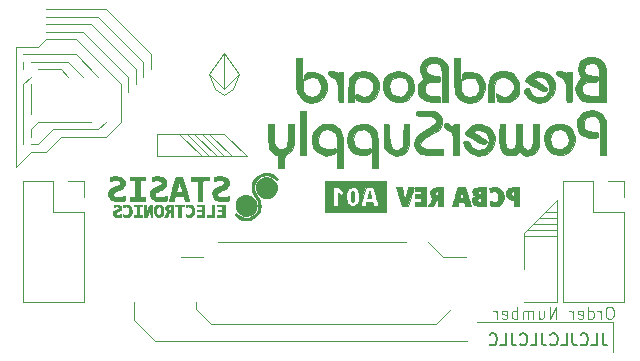
<source format=gbr>
%TF.GenerationSoftware,KiCad,Pcbnew,(5.1.7)-1*%
%TF.CreationDate,2021-01-13T20:41:06+01:00*%
%TF.ProjectId,MicroBBPS,4d696372-6f42-4425-9053-2e6b69636164,rev?*%
%TF.SameCoordinates,Original*%
%TF.FileFunction,Legend,Bot*%
%TF.FilePolarity,Positive*%
%FSLAX46Y46*%
G04 Gerber Fmt 4.6, Leading zero omitted, Abs format (unit mm)*
G04 Created by KiCad (PCBNEW (5.1.7)-1) date 2021-01-13 20:41:06*
%MOMM*%
%LPD*%
G01*
G04 APERTURE LIST*
%ADD10C,0.120000*%
%ADD11C,0.150000*%
%ADD12C,0.100000*%
%ADD13C,0.010000*%
%ADD14C,2.800000*%
%ADD15O,1.200000X1.900000*%
%ADD16C,1.390000*%
%ADD17O,1.800000X1.800000*%
G04 APERTURE END LIST*
D10*
X48650000Y-13130000D02*
X48650000Y-10630000D01*
X48650000Y-10630000D02*
X37150000Y-10630000D01*
D11*
X47769047Y-11582380D02*
X47769047Y-12296666D01*
X47816666Y-12439523D01*
X47911904Y-12534761D01*
X48054761Y-12582380D01*
X48150000Y-12582380D01*
X46816666Y-12582380D02*
X47292857Y-12582380D01*
X47292857Y-11582380D01*
X45911904Y-12487142D02*
X45959523Y-12534761D01*
X46102380Y-12582380D01*
X46197619Y-12582380D01*
X46340476Y-12534761D01*
X46435714Y-12439523D01*
X46483333Y-12344285D01*
X46530952Y-12153809D01*
X46530952Y-12010952D01*
X46483333Y-11820476D01*
X46435714Y-11725238D01*
X46340476Y-11630000D01*
X46197619Y-11582380D01*
X46102380Y-11582380D01*
X45959523Y-11630000D01*
X45911904Y-11677619D01*
X45197619Y-11582380D02*
X45197619Y-12296666D01*
X45245238Y-12439523D01*
X45340476Y-12534761D01*
X45483333Y-12582380D01*
X45578571Y-12582380D01*
X44245238Y-12582380D02*
X44721428Y-12582380D01*
X44721428Y-11582380D01*
X43340476Y-12487142D02*
X43388095Y-12534761D01*
X43530952Y-12582380D01*
X43626190Y-12582380D01*
X43769047Y-12534761D01*
X43864285Y-12439523D01*
X43911904Y-12344285D01*
X43959523Y-12153809D01*
X43959523Y-12010952D01*
X43911904Y-11820476D01*
X43864285Y-11725238D01*
X43769047Y-11630000D01*
X43626190Y-11582380D01*
X43530952Y-11582380D01*
X43388095Y-11630000D01*
X43340476Y-11677619D01*
X42626190Y-11582380D02*
X42626190Y-12296666D01*
X42673809Y-12439523D01*
X42769047Y-12534761D01*
X42911904Y-12582380D01*
X43007142Y-12582380D01*
X41673809Y-12582380D02*
X42150000Y-12582380D01*
X42150000Y-11582380D01*
X40769047Y-12487142D02*
X40816666Y-12534761D01*
X40959523Y-12582380D01*
X41054761Y-12582380D01*
X41197619Y-12534761D01*
X41292857Y-12439523D01*
X41340476Y-12344285D01*
X41388095Y-12153809D01*
X41388095Y-12010952D01*
X41340476Y-11820476D01*
X41292857Y-11725238D01*
X41197619Y-11630000D01*
X41054761Y-11582380D01*
X40959523Y-11582380D01*
X40816666Y-11630000D01*
X40769047Y-11677619D01*
X40054761Y-11582380D02*
X40054761Y-12296666D01*
X40102380Y-12439523D01*
X40197619Y-12534761D01*
X40340476Y-12582380D01*
X40435714Y-12582380D01*
X39102380Y-12582380D02*
X39578571Y-12582380D01*
X39578571Y-11582380D01*
X38197619Y-12487142D02*
X38245238Y-12534761D01*
X38388095Y-12582380D01*
X38483333Y-12582380D01*
X38626190Y-12534761D01*
X38721428Y-12439523D01*
X38769047Y-12344285D01*
X38816666Y-12153809D01*
X38816666Y-12010952D01*
X38769047Y-11820476D01*
X38721428Y-11725238D01*
X38626190Y-11630000D01*
X38483333Y-11582380D01*
X38388095Y-11582380D01*
X38245238Y-11630000D01*
X38197619Y-11677619D01*
D12*
X48459523Y-9332380D02*
X48269047Y-9332380D01*
X48173809Y-9380000D01*
X48078571Y-9475238D01*
X48030952Y-9665714D01*
X48030952Y-9999047D01*
X48078571Y-10189523D01*
X48173809Y-10284761D01*
X48269047Y-10332380D01*
X48459523Y-10332380D01*
X48554761Y-10284761D01*
X48650000Y-10189523D01*
X48697619Y-9999047D01*
X48697619Y-9665714D01*
X48650000Y-9475238D01*
X48554761Y-9380000D01*
X48459523Y-9332380D01*
X47602380Y-10332380D02*
X47602380Y-9665714D01*
X47602380Y-9856190D02*
X47554761Y-9760952D01*
X47507142Y-9713333D01*
X47411904Y-9665714D01*
X47316666Y-9665714D01*
X46554761Y-10332380D02*
X46554761Y-9332380D01*
X46554761Y-10284761D02*
X46650000Y-10332380D01*
X46840476Y-10332380D01*
X46935714Y-10284761D01*
X46983333Y-10237142D01*
X47030952Y-10141904D01*
X47030952Y-9856190D01*
X46983333Y-9760952D01*
X46935714Y-9713333D01*
X46840476Y-9665714D01*
X46650000Y-9665714D01*
X46554761Y-9713333D01*
X45697619Y-10284761D02*
X45792857Y-10332380D01*
X45983333Y-10332380D01*
X46078571Y-10284761D01*
X46126190Y-10189523D01*
X46126190Y-9808571D01*
X46078571Y-9713333D01*
X45983333Y-9665714D01*
X45792857Y-9665714D01*
X45697619Y-9713333D01*
X45650000Y-9808571D01*
X45650000Y-9903809D01*
X46126190Y-9999047D01*
X45221428Y-10332380D02*
X45221428Y-9665714D01*
X45221428Y-9856190D02*
X45173809Y-9760952D01*
X45126190Y-9713333D01*
X45030952Y-9665714D01*
X44935714Y-9665714D01*
X43840476Y-10332380D02*
X43840476Y-9332380D01*
X43269047Y-10332380D01*
X43269047Y-9332380D01*
X42364285Y-9665714D02*
X42364285Y-10332380D01*
X42792857Y-9665714D02*
X42792857Y-10189523D01*
X42745238Y-10284761D01*
X42650000Y-10332380D01*
X42507142Y-10332380D01*
X42411904Y-10284761D01*
X42364285Y-10237142D01*
X41888095Y-10332380D02*
X41888095Y-9665714D01*
X41888095Y-9760952D02*
X41840476Y-9713333D01*
X41745238Y-9665714D01*
X41602380Y-9665714D01*
X41507142Y-9713333D01*
X41459523Y-9808571D01*
X41459523Y-10332380D01*
X41459523Y-9808571D02*
X41411904Y-9713333D01*
X41316666Y-9665714D01*
X41173809Y-9665714D01*
X41078571Y-9713333D01*
X41030952Y-9808571D01*
X41030952Y-10332380D01*
X40554761Y-10332380D02*
X40554761Y-9332380D01*
X40554761Y-9713333D02*
X40459523Y-9665714D01*
X40269047Y-9665714D01*
X40173809Y-9713333D01*
X40126190Y-9760952D01*
X40078571Y-9856190D01*
X40078571Y-10141904D01*
X40126190Y-10237142D01*
X40173809Y-10284761D01*
X40269047Y-10332380D01*
X40459523Y-10332380D01*
X40554761Y-10284761D01*
X39269047Y-10284761D02*
X39364285Y-10332380D01*
X39554761Y-10332380D01*
X39650000Y-10284761D01*
X39697619Y-10189523D01*
X39697619Y-9808571D01*
X39650000Y-9713333D01*
X39554761Y-9665714D01*
X39364285Y-9665714D01*
X39269047Y-9713333D01*
X39221428Y-9808571D01*
X39221428Y-9903809D01*
X39697619Y-9999047D01*
X38792857Y-10332380D02*
X38792857Y-9665714D01*
X38792857Y-9856190D02*
X38745238Y-9760952D01*
X38697619Y-9713333D01*
X38602380Y-9665714D01*
X38507142Y-9665714D01*
D10*
X14986000Y9144000D02*
X14478000Y10414000D01*
X15748000Y8636000D02*
X14986000Y9144000D01*
X16510000Y9144000D02*
X15748000Y8636000D01*
X17018000Y10414000D02*
X16510000Y9144000D01*
X15748000Y9144000D02*
X17018000Y10414000D01*
X17018000Y10414000D02*
X15748000Y12192000D01*
X14478000Y10414000D02*
X15748000Y12192000D01*
X15748000Y9144000D02*
X14478000Y10414000D01*
X15748000Y12192000D02*
X15748000Y9144000D01*
X41148000Y-3302000D02*
X43942000Y-3302000D01*
X43942000Y-2794000D02*
X41402000Y-2794000D01*
X43942000Y-2286000D02*
X41910000Y-2286000D01*
X43942000Y-1778000D02*
X42418000Y-1778000D01*
X43942000Y-1270000D02*
X42926000Y-1270000D01*
X43942000Y-254000D02*
X43942000Y-762000D01*
X41148000Y-3048000D02*
X43942000Y-254000D01*
X41148000Y-6096000D02*
X41148000Y-3048000D01*
X43942000Y-8890000D02*
X41148000Y-8890000D01*
X43942000Y-762000D02*
X43942000Y-8890000D01*
X8128000Y-10414000D02*
X8128000Y-8890000D01*
X9906000Y-12192000D02*
X8128000Y-10414000D01*
X15240000Y-12192000D02*
X9906000Y-12192000D01*
X36310000Y-12190000D02*
X15240000Y-12192000D01*
X33655000Y-10795000D02*
X34925000Y-9525000D01*
X14605000Y-10795000D02*
X33655000Y-10795000D01*
X13335000Y-9525000D02*
X14605000Y-10795000D01*
X13335000Y-8890000D02*
X13335000Y-9525000D01*
X13970000Y-5080000D02*
X12065000Y-5080000D01*
X31115000Y-3810000D02*
X15240000Y-3810000D01*
X34290000Y-5080000D02*
X33020000Y-3810000D01*
X36195000Y-5080000D02*
X34290000Y-5080000D01*
X-635000Y9525000D02*
X-635000Y6985000D01*
X-635000Y5715000D02*
X-635000Y5080000D01*
X0Y6350000D02*
X-635000Y5715000D01*
X4445000Y6350000D02*
X0Y6350000D01*
X5080000Y5715000D02*
X5715000Y6350000D01*
X1270000Y5715000D02*
X5080000Y5715000D01*
X0Y4445000D02*
X1270000Y5715000D01*
X-635000Y4445000D02*
X0Y4445000D01*
X6985000Y6350000D02*
X6985000Y8255000D01*
X5715000Y5080000D02*
X6985000Y6350000D01*
X3810000Y5080000D02*
X5715000Y5080000D01*
X13843000Y3429000D02*
X11938000Y5334000D01*
X14478000Y3429000D02*
X13843000Y3429000D01*
X12573000Y5334000D02*
X14478000Y3429000D01*
X13208000Y5334000D02*
X12573000Y5334000D01*
X15113000Y3429000D02*
X13208000Y5334000D01*
X15748000Y3429000D02*
X15113000Y3429000D01*
X13843000Y5334000D02*
X15748000Y3429000D01*
X14478000Y5334000D02*
X13843000Y5334000D01*
X16383000Y3429000D02*
X14478000Y5334000D01*
X10033000Y3429000D02*
X17653000Y3429000D01*
X10033000Y5334000D02*
X10033000Y3429000D01*
X15748000Y5334000D02*
X10033000Y5334000D01*
X17653000Y3429000D02*
X15748000Y5334000D01*
X-1270000Y11430000D02*
X-1270000Y10795000D01*
X-1270000Y9525000D02*
X-1270000Y4445000D01*
X-635000Y10160000D02*
X-1270000Y9525000D01*
X1905000Y10795000D02*
X0Y10795000D01*
X2540000Y10160000D02*
X1905000Y10795000D01*
X2540000Y11430000D02*
X-635000Y11430000D01*
X3810000Y10160000D02*
X2540000Y11430000D01*
X-635000Y12065000D02*
X-1270000Y12065000D01*
X3175000Y12065000D02*
X-635000Y12065000D01*
X5080000Y10160000D02*
X3175000Y12065000D01*
X635000Y13335000D02*
X0Y12700000D01*
X1905000Y5080000D02*
X3810000Y5080000D01*
X635000Y3810000D02*
X1905000Y5080000D01*
X-635000Y3810000D02*
X635000Y3810000D01*
X-1905000Y2540000D02*
X-635000Y3810000D01*
X-1905000Y12700000D02*
X-1905000Y2540000D01*
X0Y12700000D02*
X-1905000Y12700000D01*
X9525000Y12065000D02*
X9525000Y10795000D01*
X8890000Y11430000D02*
X8890000Y10160000D01*
X8255000Y10795000D02*
X8255000Y9525000D01*
X7620000Y10160000D02*
X7620000Y8890000D01*
X6985000Y9525000D02*
X6985000Y8255000D01*
X3175000Y13335000D02*
X6985000Y9525000D01*
X635000Y13335000D02*
X3175000Y13335000D01*
X3810000Y13970000D02*
X635000Y13970000D01*
X7620000Y10160000D02*
X3810000Y13970000D01*
X4445000Y14605000D02*
X635000Y14605000D01*
X8255000Y10795000D02*
X4445000Y14605000D01*
X5080000Y15240000D02*
X635000Y15240000D01*
X8890000Y11430000D02*
X5080000Y15240000D01*
X5715000Y15875000D02*
X635000Y15875000D01*
X9525000Y12065000D02*
X5715000Y15875000D01*
D13*
%TO.C,G\u002A\u002A\u002A*%
G36*
X24299334Y-1291167D02*
G01*
X29464000Y-1291167D01*
X29464000Y-767292D01*
X28806817Y-767292D01*
X28788170Y-776394D01*
X28737783Y-782024D01*
X28666086Y-784424D01*
X28583509Y-783837D01*
X28500482Y-780507D01*
X28427436Y-774677D01*
X28374799Y-766591D01*
X28353067Y-756709D01*
X28342787Y-723028D01*
X28325402Y-663161D01*
X28309711Y-607904D01*
X28275292Y-485558D01*
X28018729Y-491487D01*
X27762165Y-497417D01*
X27728341Y-635000D01*
X27694517Y-772584D01*
X27468009Y-778591D01*
X27375903Y-779592D01*
X27301884Y-777650D01*
X27254588Y-773171D01*
X27241796Y-768008D01*
X27248299Y-744837D01*
X27266703Y-685988D01*
X27295548Y-595955D01*
X27333379Y-479232D01*
X27378737Y-340311D01*
X27430166Y-183687D01*
X27470846Y-60405D01*
X27151805Y-60405D01*
X27137875Y-218248D01*
X27097698Y-402324D01*
X27034137Y-551571D01*
X26947470Y-665722D01*
X26837977Y-744509D01*
X26705936Y-787666D01*
X26551626Y-794924D01*
X26537448Y-793874D01*
X26453006Y-780670D01*
X26372052Y-758120D01*
X26336365Y-743191D01*
X26227118Y-664819D01*
X26142821Y-554221D01*
X26083262Y-410803D01*
X26048227Y-233970D01*
X26037504Y-23128D01*
X26040559Y83097D01*
X26055668Y252719D01*
X26072248Y333892D01*
X25840247Y333892D01*
X25836509Y319575D01*
X25825937Y304414D01*
X25818410Y294083D01*
X25783318Y247368D01*
X25735031Y187879D01*
X25712787Y161713D01*
X25642109Y80010D01*
X25510471Y190003D01*
X25378834Y299997D01*
X25378834Y-783167D01*
X24955500Y-783167D01*
X24955500Y783166D01*
X25320378Y783166D01*
X25513648Y625607D01*
X25627980Y532526D01*
X25713460Y462552D01*
X25773757Y411694D01*
X25812541Y375959D01*
X25833480Y351356D01*
X25840247Y333892D01*
X26072248Y333892D01*
X26083962Y391237D01*
X26128186Y508573D01*
X26185375Y606448D01*
X26271236Y696068D01*
X26381032Y758132D01*
X26506090Y792083D01*
X26637738Y797365D01*
X26767304Y773421D01*
X26886117Y719694D01*
X26965937Y656563D01*
X27034173Y562910D01*
X27088409Y436593D01*
X27127114Y285407D01*
X27148757Y117143D01*
X27151805Y-60405D01*
X27470846Y-60405D01*
X27486208Y-13852D01*
X27494293Y10583D01*
X27746495Y772583D01*
X28308789Y772583D01*
X28557295Y10583D01*
X28613089Y-160826D01*
X28664564Y-319596D01*
X28710279Y-461230D01*
X28748789Y-581230D01*
X28778653Y-675096D01*
X28798426Y-738331D01*
X28806667Y-766436D01*
X28806817Y-767292D01*
X29464000Y-767292D01*
X29464000Y1291166D01*
X24299334Y1291166D01*
X24299334Y-1291167D01*
G37*
X24299334Y-1291167D02*
X29464000Y-1291167D01*
X29464000Y-767292D01*
X28806817Y-767292D01*
X28788170Y-776394D01*
X28737783Y-782024D01*
X28666086Y-784424D01*
X28583509Y-783837D01*
X28500482Y-780507D01*
X28427436Y-774677D01*
X28374799Y-766591D01*
X28353067Y-756709D01*
X28342787Y-723028D01*
X28325402Y-663161D01*
X28309711Y-607904D01*
X28275292Y-485558D01*
X28018729Y-491487D01*
X27762165Y-497417D01*
X27728341Y-635000D01*
X27694517Y-772584D01*
X27468009Y-778591D01*
X27375903Y-779592D01*
X27301884Y-777650D01*
X27254588Y-773171D01*
X27241796Y-768008D01*
X27248299Y-744837D01*
X27266703Y-685988D01*
X27295548Y-595955D01*
X27333379Y-479232D01*
X27378737Y-340311D01*
X27430166Y-183687D01*
X27470846Y-60405D01*
X27151805Y-60405D01*
X27137875Y-218248D01*
X27097698Y-402324D01*
X27034137Y-551571D01*
X26947470Y-665722D01*
X26837977Y-744509D01*
X26705936Y-787666D01*
X26551626Y-794924D01*
X26537448Y-793874D01*
X26453006Y-780670D01*
X26372052Y-758120D01*
X26336365Y-743191D01*
X26227118Y-664819D01*
X26142821Y-554221D01*
X26083262Y-410803D01*
X26048227Y-233970D01*
X26037504Y-23128D01*
X26040559Y83097D01*
X26055668Y252719D01*
X26072248Y333892D01*
X25840247Y333892D01*
X25836509Y319575D01*
X25825937Y304414D01*
X25818410Y294083D01*
X25783318Y247368D01*
X25735031Y187879D01*
X25712787Y161713D01*
X25642109Y80010D01*
X25510471Y190003D01*
X25378834Y299997D01*
X25378834Y-783167D01*
X24955500Y-783167D01*
X24955500Y783166D01*
X25320378Y783166D01*
X25513648Y625607D01*
X25627980Y532526D01*
X25713460Y462552D01*
X25773757Y411694D01*
X25812541Y375959D01*
X25833480Y351356D01*
X25840247Y333892D01*
X26072248Y333892D01*
X26083962Y391237D01*
X26128186Y508573D01*
X26185375Y606448D01*
X26271236Y696068D01*
X26381032Y758132D01*
X26506090Y792083D01*
X26637738Y797365D01*
X26767304Y773421D01*
X26886117Y719694D01*
X26965937Y656563D01*
X27034173Y562910D01*
X27088409Y436593D01*
X27127114Y285407D01*
X27148757Y117143D01*
X27151805Y-60405D01*
X27470846Y-60405D01*
X27486208Y-13852D01*
X27494293Y10583D01*
X27746495Y772583D01*
X28308789Y772583D01*
X28557295Y10583D01*
X28613089Y-160826D01*
X28664564Y-319596D01*
X28710279Y-461230D01*
X28748789Y-581230D01*
X28778653Y-675096D01*
X28798426Y-738331D01*
X28806667Y-766436D01*
X28806817Y-767292D01*
X29464000Y-767292D01*
X29464000Y1291166D01*
X24299334Y1291166D01*
X24299334Y-1291167D01*
G36*
X38479576Y789787D02*
G01*
X38358744Y772332D01*
X38290500Y754106D01*
X38224772Y730327D01*
X38176043Y710124D01*
X38158626Y700548D01*
X38159738Y677303D01*
X38172827Y626558D01*
X38193863Y560007D01*
X38218817Y489341D01*
X38243657Y426251D01*
X38264353Y382430D01*
X38272198Y371080D01*
X38295909Y372348D01*
X38346323Y386370D01*
X38392531Y402669D01*
X38500912Y432247D01*
X38612368Y443156D01*
X38712381Y434931D01*
X38773321Y414825D01*
X38818261Y378551D01*
X38865394Y321241D01*
X38883201Y293117D01*
X38908667Y243018D01*
X38924395Y193370D01*
X38932636Y131636D01*
X38935645Y45278D01*
X38935890Y0D01*
X38929353Y-142455D01*
X38907920Y-250776D01*
X38869322Y-331237D01*
X38811292Y-390109D01*
X38789611Y-404587D01*
X38709418Y-433757D01*
X38603550Y-444138D01*
X38484233Y-435795D01*
X38363693Y-408794D01*
X38343417Y-402167D01*
X38277772Y-379956D01*
X38230386Y-364627D01*
X38213104Y-359834D01*
X38209797Y-379368D01*
X38207277Y-431444D01*
X38205945Y-506273D01*
X38205834Y-537182D01*
X38206446Y-623904D01*
X38210135Y-677877D01*
X38219683Y-708683D01*
X38237870Y-725906D01*
X38264042Y-737760D01*
X38389326Y-774627D01*
X38533868Y-796466D01*
X38682126Y-802400D01*
X38818557Y-791548D01*
X38898279Y-773626D01*
X39053414Y-706163D01*
X39178437Y-609814D01*
X39273823Y-483919D01*
X39340045Y-327824D01*
X39377576Y-140871D01*
X39381374Y-103294D01*
X39382675Y46915D01*
X39363362Y200436D01*
X39326219Y342454D01*
X39276579Y453873D01*
X39193182Y564489D01*
X39083573Y665020D01*
X38963665Y741167D01*
X38949258Y748024D01*
X38860264Y774959D01*
X38743526Y790978D01*
X38612233Y795962D01*
X38479576Y789787D01*
G37*
X38479576Y789787D02*
X38358744Y772332D01*
X38290500Y754106D01*
X38224772Y730327D01*
X38176043Y710124D01*
X38158626Y700548D01*
X38159738Y677303D01*
X38172827Y626558D01*
X38193863Y560007D01*
X38218817Y489341D01*
X38243657Y426251D01*
X38264353Y382430D01*
X38272198Y371080D01*
X38295909Y372348D01*
X38346323Y386370D01*
X38392531Y402669D01*
X38500912Y432247D01*
X38612368Y443156D01*
X38712381Y434931D01*
X38773321Y414825D01*
X38818261Y378551D01*
X38865394Y321241D01*
X38883201Y293117D01*
X38908667Y243018D01*
X38924395Y193370D01*
X38932636Y131636D01*
X38935645Y45278D01*
X38935890Y0D01*
X38929353Y-142455D01*
X38907920Y-250776D01*
X38869322Y-331237D01*
X38811292Y-390109D01*
X38789611Y-404587D01*
X38709418Y-433757D01*
X38603550Y-444138D01*
X38484233Y-435795D01*
X38363693Y-408794D01*
X38343417Y-402167D01*
X38277772Y-379956D01*
X38230386Y-364627D01*
X38213104Y-359834D01*
X38209797Y-379368D01*
X38207277Y-431444D01*
X38205945Y-506273D01*
X38205834Y-537182D01*
X38206446Y-623904D01*
X38210135Y-677877D01*
X38219683Y-708683D01*
X38237870Y-725906D01*
X38264042Y-737760D01*
X38389326Y-774627D01*
X38533868Y-796466D01*
X38682126Y-802400D01*
X38818557Y-791548D01*
X38898279Y-773626D01*
X39053414Y-706163D01*
X39178437Y-609814D01*
X39273823Y-483919D01*
X39340045Y-327824D01*
X39377576Y-140871D01*
X39381374Y-103294D01*
X39382675Y46915D01*
X39363362Y200436D01*
X39326219Y342454D01*
X39276579Y453873D01*
X39193182Y564489D01*
X39083573Y665020D01*
X38963665Y741167D01*
X38949258Y748024D01*
X38860264Y774959D01*
X38743526Y790978D01*
X38612233Y795962D01*
X38479576Y789787D01*
G36*
X40317209Y778402D02*
G01*
X40161863Y773919D01*
X40041684Y767416D01*
X39949507Y757326D01*
X39878167Y742084D01*
X39820501Y720123D01*
X39769343Y689877D01*
X39717530Y649781D01*
X39713552Y646446D01*
X39648039Y566177D01*
X39602376Y458774D01*
X39578291Y335357D01*
X39577511Y207050D01*
X39601762Y84974D01*
X39619296Y39408D01*
X39686373Y-72361D01*
X39776438Y-156864D01*
X39893850Y-216705D01*
X40042968Y-254485D01*
X40130653Y-265904D01*
X40280167Y-280637D01*
X40280167Y-783167D01*
X40703500Y-783167D01*
X40703500Y84666D01*
X40280167Y84666D01*
X40217663Y84666D01*
X40151849Y92972D01*
X40103581Y108167D01*
X40049149Y152686D01*
X40015600Y218682D01*
X40005751Y292204D01*
X40022423Y359301D01*
X40046475Y390806D01*
X40093007Y416418D01*
X40159724Y435463D01*
X40184058Y439173D01*
X40280167Y450005D01*
X40280167Y84666D01*
X40703500Y84666D01*
X40703500Y787204D01*
X40317209Y778402D01*
G37*
X40317209Y778402D02*
X40161863Y773919D01*
X40041684Y767416D01*
X39949507Y757326D01*
X39878167Y742084D01*
X39820501Y720123D01*
X39769343Y689877D01*
X39717530Y649781D01*
X39713552Y646446D01*
X39648039Y566177D01*
X39602376Y458774D01*
X39578291Y335357D01*
X39577511Y207050D01*
X39601762Y84974D01*
X39619296Y39408D01*
X39686373Y-72361D01*
X39776438Y-156864D01*
X39893850Y-216705D01*
X40042968Y-254485D01*
X40130653Y-265904D01*
X40280167Y-280637D01*
X40280167Y-783167D01*
X40703500Y-783167D01*
X40703500Y84666D01*
X40280167Y84666D01*
X40217663Y84666D01*
X40151849Y92972D01*
X40103581Y108167D01*
X40049149Y152686D01*
X40015600Y218682D01*
X40005751Y292204D01*
X40022423Y359301D01*
X40046475Y390806D01*
X40093007Y416418D01*
X40159724Y435463D01*
X40184058Y439173D01*
X40280167Y450005D01*
X40280167Y84666D01*
X40703500Y84666D01*
X40703500Y787204D01*
X40317209Y778402D01*
G36*
X37383717Y781120D02*
G01*
X37241488Y774316D01*
X37127787Y761754D01*
X37035795Y742437D01*
X36958692Y715366D01*
X36901546Y686537D01*
X36815996Y615669D01*
X36764188Y520145D01*
X36745457Y398695D01*
X36745367Y388384D01*
X36762100Y269254D01*
X36809682Y169614D01*
X36884307Y97318D01*
X36887393Y95360D01*
X36938998Y57616D01*
X36955088Y32106D01*
X36934281Y21351D01*
X36928105Y21166D01*
X36879694Y3698D01*
X36824291Y-41765D01*
X36772703Y-104805D01*
X36743140Y-157086D01*
X36708061Y-281089D01*
X36712632Y-403792D01*
X36754428Y-519234D01*
X36831020Y-621454D01*
X36939984Y-704492D01*
X36973124Y-722110D01*
X37010726Y-739186D01*
X37048855Y-752008D01*
X37094475Y-761343D01*
X37154553Y-767959D01*
X37236055Y-772621D01*
X37345946Y-776095D01*
X37491193Y-779150D01*
X37491459Y-779155D01*
X37909500Y-786995D01*
X37909500Y-444500D01*
X37486167Y-444500D01*
X37359167Y-444500D01*
X37277841Y-440738D01*
X37225314Y-427278D01*
X37189834Y-402167D01*
X37154634Y-339694D01*
X37151988Y-265460D01*
X37182125Y-195039D01*
X37186686Y-189132D01*
X37220033Y-159581D01*
X37268660Y-142036D01*
X37345344Y-132134D01*
X37356019Y-131326D01*
X37486167Y-121912D01*
X37486167Y-444500D01*
X37909500Y-444500D01*
X37909500Y190500D01*
X37486167Y190500D01*
X37371287Y190500D01*
X37300097Y193525D01*
X37255695Y206192D01*
X37222747Y233887D01*
X37212537Y246271D01*
X37176738Y302443D01*
X37173724Y347742D01*
X37202829Y397240D01*
X37205709Y400829D01*
X37245909Y432306D01*
X37310783Y451709D01*
X37364459Y459051D01*
X37486167Y471589D01*
X37486167Y190500D01*
X37909500Y190500D01*
X37909500Y783166D01*
X37561292Y783167D01*
X37383717Y781120D01*
G37*
X37383717Y781120D02*
X37241488Y774316D01*
X37127787Y761754D01*
X37035795Y742437D01*
X36958692Y715366D01*
X36901546Y686537D01*
X36815996Y615669D01*
X36764188Y520145D01*
X36745457Y398695D01*
X36745367Y388384D01*
X36762100Y269254D01*
X36809682Y169614D01*
X36884307Y97318D01*
X36887393Y95360D01*
X36938998Y57616D01*
X36955088Y32106D01*
X36934281Y21351D01*
X36928105Y21166D01*
X36879694Y3698D01*
X36824291Y-41765D01*
X36772703Y-104805D01*
X36743140Y-157086D01*
X36708061Y-281089D01*
X36712632Y-403792D01*
X36754428Y-519234D01*
X36831020Y-621454D01*
X36939984Y-704492D01*
X36973124Y-722110D01*
X37010726Y-739186D01*
X37048855Y-752008D01*
X37094475Y-761343D01*
X37154553Y-767959D01*
X37236055Y-772621D01*
X37345946Y-776095D01*
X37491193Y-779150D01*
X37491459Y-779155D01*
X37909500Y-786995D01*
X37909500Y-444500D01*
X37486167Y-444500D01*
X37359167Y-444500D01*
X37277841Y-440738D01*
X37225314Y-427278D01*
X37189834Y-402167D01*
X37154634Y-339694D01*
X37151988Y-265460D01*
X37182125Y-195039D01*
X37186686Y-189132D01*
X37220033Y-159581D01*
X37268660Y-142036D01*
X37345344Y-132134D01*
X37356019Y-131326D01*
X37486167Y-121912D01*
X37486167Y-444500D01*
X37909500Y-444500D01*
X37909500Y190500D01*
X37486167Y190500D01*
X37371287Y190500D01*
X37300097Y193525D01*
X37255695Y206192D01*
X37222747Y233887D01*
X37212537Y246271D01*
X37176738Y302443D01*
X37173724Y347742D01*
X37202829Y397240D01*
X37205709Y400829D01*
X37245909Y432306D01*
X37310783Y451709D01*
X37364459Y459051D01*
X37486167Y471589D01*
X37486167Y190500D01*
X37909500Y190500D01*
X37909500Y783166D01*
X37561292Y783167D01*
X37383717Y781120D01*
G36*
X35529553Y772583D02*
G01*
X35281539Y21166D01*
X35225422Y-149434D01*
X35173679Y-307856D01*
X35127786Y-449495D01*
X35089220Y-569744D01*
X35059457Y-663999D01*
X35039973Y-727653D01*
X35032245Y-756100D01*
X35032180Y-756709D01*
X35043655Y-769219D01*
X35082863Y-777417D01*
X35154708Y-781875D01*
X35258979Y-783167D01*
X35487124Y-783167D01*
X35525293Y-635000D01*
X35563461Y-486834D01*
X36062802Y-486834D01*
X36101231Y-635000D01*
X36139661Y-783167D01*
X36368414Y-783167D01*
X36485655Y-781057D01*
X36561086Y-774707D01*
X36595021Y-764085D01*
X36597167Y-759734D01*
X36590806Y-734952D01*
X36572686Y-674509D01*
X36544247Y-582965D01*
X36506933Y-464882D01*
X36462186Y-324820D01*
X36411448Y-167340D01*
X36399852Y-131611D01*
X35962810Y-131611D01*
X35962800Y-132292D01*
X35943444Y-142970D01*
X35895073Y-148475D01*
X35830630Y-149268D01*
X35763058Y-145809D01*
X35705299Y-138560D01*
X35670296Y-127979D01*
X35665372Y-121709D01*
X35669998Y-89803D01*
X35682873Y-28780D01*
X35701739Y52449D01*
X35724340Y144971D01*
X35748418Y239871D01*
X35771717Y328237D01*
X35791979Y401155D01*
X35806946Y449713D01*
X35814000Y465220D01*
X35821687Y446168D01*
X35836715Y394701D01*
X35856887Y319646D01*
X35880003Y229833D01*
X35903866Y134090D01*
X35926277Y41245D01*
X35945037Y-39872D01*
X35957947Y-100433D01*
X35962810Y-131611D01*
X36399852Y-131611D01*
X36356162Y2998D01*
X36349318Y24002D01*
X36101469Y784303D01*
X35529553Y772583D01*
G37*
X35529553Y772583D02*
X35281539Y21166D01*
X35225422Y-149434D01*
X35173679Y-307856D01*
X35127786Y-449495D01*
X35089220Y-569744D01*
X35059457Y-663999D01*
X35039973Y-727653D01*
X35032245Y-756100D01*
X35032180Y-756709D01*
X35043655Y-769219D01*
X35082863Y-777417D01*
X35154708Y-781875D01*
X35258979Y-783167D01*
X35487124Y-783167D01*
X35525293Y-635000D01*
X35563461Y-486834D01*
X36062802Y-486834D01*
X36101231Y-635000D01*
X36139661Y-783167D01*
X36368414Y-783167D01*
X36485655Y-781057D01*
X36561086Y-774707D01*
X36595021Y-764085D01*
X36597167Y-759734D01*
X36590806Y-734952D01*
X36572686Y-674509D01*
X36544247Y-582965D01*
X36506933Y-464882D01*
X36462186Y-324820D01*
X36411448Y-167340D01*
X36399852Y-131611D01*
X35962810Y-131611D01*
X35962800Y-132292D01*
X35943444Y-142970D01*
X35895073Y-148475D01*
X35830630Y-149268D01*
X35763058Y-145809D01*
X35705299Y-138560D01*
X35670296Y-127979D01*
X35665372Y-121709D01*
X35669998Y-89803D01*
X35682873Y-28780D01*
X35701739Y52449D01*
X35724340Y144971D01*
X35748418Y239871D01*
X35771717Y328237D01*
X35791979Y401155D01*
X35806946Y449713D01*
X35814000Y465220D01*
X35821687Y446168D01*
X35836715Y394701D01*
X35856887Y319646D01*
X35880003Y229833D01*
X35903866Y134090D01*
X35926277Y41245D01*
X35945037Y-39872D01*
X35957947Y-100433D01*
X35962810Y-131611D01*
X36399852Y-131611D01*
X36356162Y2998D01*
X36349318Y24002D01*
X36101469Y784303D01*
X35529553Y772583D01*
G36*
X33903709Y779725D02*
G01*
X33765133Y776717D01*
X33661229Y773194D01*
X33584338Y768199D01*
X33526801Y760779D01*
X33480958Y749978D01*
X33439151Y734841D01*
X33398736Y716763D01*
X33286495Y650792D01*
X33211037Y571648D01*
X33167197Y471865D01*
X33150481Y357803D01*
X33157795Y216262D01*
X33198892Y96809D01*
X33276366Y-5345D01*
X33392812Y-94988D01*
X33397326Y-97775D01*
X33388423Y-115812D01*
X33359470Y-163304D01*
X33314063Y-234594D01*
X33255801Y-324024D01*
X33194826Y-416131D01*
X33126211Y-519212D01*
X33065228Y-611122D01*
X33015991Y-685639D01*
X32982611Y-736542D01*
X32969710Y-756709D01*
X32971953Y-768567D01*
X32998813Y-776494D01*
X33055503Y-781107D01*
X33147236Y-783020D01*
X33193784Y-783167D01*
X33433566Y-783167D01*
X33598589Y-497417D01*
X33663298Y-386863D01*
X33711821Y-308395D01*
X33748076Y-256846D01*
X33775980Y-227045D01*
X33799451Y-213825D01*
X33815140Y-211667D01*
X33866667Y-211667D01*
X33866667Y-783167D01*
X34290000Y-783167D01*
X34290000Y285750D01*
X33866667Y285750D01*
X33866667Y105833D01*
X33793580Y105833D01*
X33726336Y112826D01*
X33668914Y129334D01*
X33611446Y176663D01*
X33578246Y246934D01*
X33573737Y325693D01*
X33591750Y381465D01*
X33627956Y414035D01*
X33691478Y442456D01*
X33767320Y461181D01*
X33819042Y465548D01*
X33842127Y463262D01*
X33856219Y450696D01*
X33863530Y419498D01*
X33866274Y361316D01*
X33866667Y285750D01*
X34290000Y285750D01*
X34290000Y787204D01*
X33903709Y779725D01*
G37*
X33903709Y779725D02*
X33765133Y776717D01*
X33661229Y773194D01*
X33584338Y768199D01*
X33526801Y760779D01*
X33480958Y749978D01*
X33439151Y734841D01*
X33398736Y716763D01*
X33286495Y650792D01*
X33211037Y571648D01*
X33167197Y471865D01*
X33150481Y357803D01*
X33157795Y216262D01*
X33198892Y96809D01*
X33276366Y-5345D01*
X33392812Y-94988D01*
X33397326Y-97775D01*
X33388423Y-115812D01*
X33359470Y-163304D01*
X33314063Y-234594D01*
X33255801Y-324024D01*
X33194826Y-416131D01*
X33126211Y-519212D01*
X33065228Y-611122D01*
X33015991Y-685639D01*
X32982611Y-736542D01*
X32969710Y-756709D01*
X32971953Y-768567D01*
X32998813Y-776494D01*
X33055503Y-781107D01*
X33147236Y-783020D01*
X33193784Y-783167D01*
X33433566Y-783167D01*
X33598589Y-497417D01*
X33663298Y-386863D01*
X33711821Y-308395D01*
X33748076Y-256846D01*
X33775980Y-227045D01*
X33799451Y-213825D01*
X33815140Y-211667D01*
X33866667Y-211667D01*
X33866667Y-783167D01*
X34290000Y-783167D01*
X34290000Y285750D01*
X33866667Y285750D01*
X33866667Y105833D01*
X33793580Y105833D01*
X33726336Y112826D01*
X33668914Y129334D01*
X33611446Y176663D01*
X33578246Y246934D01*
X33573737Y325693D01*
X33591750Y381465D01*
X33627956Y414035D01*
X33691478Y442456D01*
X33767320Y461181D01*
X33819042Y465548D01*
X33842127Y463262D01*
X33856219Y450696D01*
X33863530Y419498D01*
X33866274Y361316D01*
X33866667Y285750D01*
X34290000Y285750D01*
X34290000Y787204D01*
X33903709Y779725D01*
G36*
X31877000Y444500D02*
G01*
X32385000Y444500D01*
X32385000Y190500D01*
X31919334Y190500D01*
X31919334Y-148167D01*
X32385000Y-148167D01*
X32385000Y-444500D01*
X31877000Y-444500D01*
X31877000Y-783167D01*
X32808334Y-783167D01*
X32808334Y783166D01*
X31877000Y783166D01*
X31877000Y444500D01*
G37*
X31877000Y444500D02*
X32385000Y444500D01*
X32385000Y190500D01*
X31919334Y190500D01*
X31919334Y-148167D01*
X32385000Y-148167D01*
X32385000Y-444500D01*
X31877000Y-444500D01*
X31877000Y-783167D01*
X32808334Y-783167D01*
X32808334Y783166D01*
X31877000Y783166D01*
X31877000Y444500D01*
G36*
X31275945Y672041D02*
G01*
X31260791Y617703D01*
X31237470Y530438D01*
X31208110Y418385D01*
X31174839Y289680D01*
X31139785Y152460D01*
X31132245Y122724D01*
X31021285Y-315468D01*
X30984394Y-141859D01*
X30966138Y-62248D01*
X30939213Y47027D01*
X30906443Y174888D01*
X30870653Y310257D01*
X30845696Y402166D01*
X30743888Y772583D01*
X30506111Y778568D01*
X30411499Y780396D01*
X30334739Y780826D01*
X30284279Y779882D01*
X30268334Y777891D01*
X30274674Y756976D01*
X30292746Y700223D01*
X30321126Y612029D01*
X30358393Y496793D01*
X30403121Y358915D01*
X30453890Y202793D01*
X30509275Y32825D01*
X30520205Y-678D01*
X30772076Y-772584D01*
X31275438Y-784398D01*
X31523303Y-24049D01*
X31579038Y147526D01*
X31630397Y306788D01*
X31675938Y449178D01*
X31714218Y570134D01*
X31743796Y665096D01*
X31763228Y729504D01*
X31771073Y758796D01*
X31771167Y759733D01*
X31750681Y771678D01*
X31688965Y779393D01*
X31585636Y782916D01*
X31539926Y783166D01*
X31308685Y783166D01*
X31275945Y672041D01*
G37*
X31275945Y672041D02*
X31260791Y617703D01*
X31237470Y530438D01*
X31208110Y418385D01*
X31174839Y289680D01*
X31139785Y152460D01*
X31132245Y122724D01*
X31021285Y-315468D01*
X30984394Y-141859D01*
X30966138Y-62248D01*
X30939213Y47027D01*
X30906443Y174888D01*
X30870653Y310257D01*
X30845696Y402166D01*
X30743888Y772583D01*
X30506111Y778568D01*
X30411499Y780396D01*
X30334739Y780826D01*
X30284279Y779882D01*
X30268334Y777891D01*
X30274674Y756976D01*
X30292746Y700223D01*
X30321126Y612029D01*
X30358393Y496793D01*
X30403121Y358915D01*
X30453890Y202793D01*
X30509275Y32825D01*
X30520205Y-678D01*
X30772076Y-772584D01*
X31275438Y-784398D01*
X31523303Y-24049D01*
X31579038Y147526D01*
X31630397Y306788D01*
X31675938Y449178D01*
X31714218Y570134D01*
X31743796Y665096D01*
X31763228Y729504D01*
X31771073Y758796D01*
X31771167Y759733D01*
X31750681Y771678D01*
X31688965Y779393D01*
X31585636Y782916D01*
X31539926Y783166D01*
X31308685Y783166D01*
X31275945Y672041D01*
G36*
X26532115Y431536D02*
G01*
X26491012Y370416D01*
X26469347Y300079D01*
X26454597Y199471D01*
X26446761Y80090D01*
X26445839Y-46572D01*
X26451833Y-169017D01*
X26464740Y-275751D01*
X26484563Y-355279D01*
X26491012Y-370417D01*
X26537181Y-436560D01*
X26589167Y-464697D01*
X26641574Y-453735D01*
X26684550Y-409667D01*
X26699056Y-382449D01*
X26709444Y-347361D01*
X26716369Y-297407D01*
X26720485Y-225593D01*
X26722449Y-124923D01*
X26722917Y0D01*
X26722362Y133600D01*
X26720260Y231871D01*
X26715957Y301810D01*
X26708796Y350410D01*
X26698123Y384668D01*
X26684550Y409667D01*
X26636366Y456675D01*
X26583755Y463599D01*
X26532115Y431536D01*
G37*
X26532115Y431536D02*
X26491012Y370416D01*
X26469347Y300079D01*
X26454597Y199471D01*
X26446761Y80090D01*
X26445839Y-46572D01*
X26451833Y-169017D01*
X26464740Y-275751D01*
X26484563Y-355279D01*
X26491012Y-370417D01*
X26537181Y-436560D01*
X26589167Y-464697D01*
X26641574Y-453735D01*
X26684550Y-409667D01*
X26699056Y-382449D01*
X26709444Y-347361D01*
X26716369Y-297407D01*
X26720485Y-225593D01*
X26722449Y-124923D01*
X26722917Y0D01*
X26722362Y133600D01*
X26720260Y231871D01*
X26715957Y301810D01*
X26708796Y350410D01*
X26698123Y384668D01*
X26684550Y409667D01*
X26636366Y456675D01*
X26583755Y463599D01*
X26532115Y431536D01*
G36*
X28025102Y474736D02*
G01*
X28009433Y429718D01*
X27987712Y359848D01*
X27962206Y273192D01*
X27935181Y177819D01*
X27908904Y81796D01*
X27885641Y-6808D01*
X27867659Y-79925D01*
X27857224Y-129489D01*
X27855547Y-142875D01*
X27874951Y-145318D01*
X27926751Y-147164D01*
X28001012Y-148106D01*
X28026932Y-148167D01*
X28111493Y-147318D01*
X28161318Y-143582D01*
X28183988Y-135172D01*
X28187085Y-120302D01*
X28184152Y-111125D01*
X28173934Y-77134D01*
X28156439Y-11129D01*
X28134033Y77686D01*
X28109083Y180103D01*
X28106597Y190500D01*
X28081841Y293111D01*
X28059824Y382419D01*
X28042790Y449447D01*
X28032985Y485217D01*
X28032453Y486833D01*
X28025102Y474736D01*
G37*
X28025102Y474736D02*
X28009433Y429718D01*
X27987712Y359848D01*
X27962206Y273192D01*
X27935181Y177819D01*
X27908904Y81796D01*
X27885641Y-6808D01*
X27867659Y-79925D01*
X27857224Y-129489D01*
X27855547Y-142875D01*
X27874951Y-145318D01*
X27926751Y-147164D01*
X28001012Y-148106D01*
X28026932Y-148167D01*
X28111493Y-147318D01*
X28161318Y-143582D01*
X28183988Y-135172D01*
X28187085Y-120302D01*
X28184152Y-111125D01*
X28173934Y-77134D01*
X28156439Y-11129D01*
X28134033Y77686D01*
X28109083Y180103D01*
X28106597Y190500D01*
X28081841Y293111D01*
X28059824Y382419D01*
X28042790Y449447D01*
X28032985Y485217D01*
X28032453Y486833D01*
X28025102Y474736D01*
G36*
X24593358Y10618552D02*
G01*
X24534329Y10506021D01*
X24531333Y10441233D01*
X24576407Y10277140D01*
X24738942Y10169723D01*
X24807178Y10145095D01*
X25021538Y10046503D01*
X25171680Y9896586D01*
X25270173Y9665958D01*
X25329589Y9325235D01*
X25362407Y8847166D01*
X25380444Y8468642D01*
X25401386Y8228098D01*
X25434209Y8094294D01*
X25487885Y8035985D01*
X25571388Y8021928D01*
X25599514Y8021666D01*
X25801333Y8021666D01*
X25801333Y10561666D01*
X25589666Y10561666D01*
X25430578Y10531053D01*
X25378000Y10472199D01*
X25320950Y10447446D01*
X25189828Y10514532D01*
X24957195Y10616630D01*
X24766494Y10646333D01*
X24593358Y10618552D01*
G37*
X24593358Y10618552D02*
X24534329Y10506021D01*
X24531333Y10441233D01*
X24576407Y10277140D01*
X24738942Y10169723D01*
X24807178Y10145095D01*
X25021538Y10046503D01*
X25171680Y9896586D01*
X25270173Y9665958D01*
X25329589Y9325235D01*
X25362407Y8847166D01*
X25380444Y8468642D01*
X25401386Y8228098D01*
X25434209Y8094294D01*
X25487885Y8035985D01*
X25571388Y8021928D01*
X25599514Y8021666D01*
X25801333Y8021666D01*
X25801333Y10561666D01*
X25589666Y10561666D01*
X25430578Y10531053D01*
X25378000Y10472199D01*
X25320950Y10447446D01*
X25189828Y10514532D01*
X24957195Y10616630D01*
X24766494Y10646333D01*
X24593358Y10618552D01*
G36*
X33151819Y11796522D02*
G01*
X32801810Y11672804D01*
X32528743Y11447025D01*
X32443937Y11316454D01*
X32336097Y10967163D01*
X32336892Y10596072D01*
X32443151Y10271487D01*
X32496145Y10192085D01*
X32590210Y10044496D01*
X32593971Y9970877D01*
X32584110Y9969000D01*
X32431386Y9895125D01*
X32275725Y9707623D01*
X32153069Y9457676D01*
X32109169Y9292669D01*
X32107136Y8864558D01*
X32250016Y8512863D01*
X32526718Y8248155D01*
X32926148Y8081007D01*
X33437213Y8021991D01*
X33442500Y8021983D01*
X34014000Y8021666D01*
X34014000Y8275666D01*
X34005447Y8423403D01*
X33951358Y8498878D01*
X33809084Y8526582D01*
X33569500Y8530915D01*
X33268747Y8552077D01*
X33006138Y8604445D01*
X32913333Y8639248D01*
X32776984Y8737089D01*
X32715278Y8886251D01*
X32701666Y9122333D01*
X32717913Y9372760D01*
X32784308Y9515963D01*
X32913333Y9605418D01*
X33122125Y9668382D01*
X33413817Y9707530D01*
X33569500Y9713752D01*
X33827997Y9719365D01*
X33959813Y9750643D01*
X34007595Y9832076D01*
X34014000Y9969000D01*
X34004751Y10119362D01*
X33947884Y10194342D01*
X33799719Y10220148D01*
X33590666Y10223000D01*
X33213295Y10275480D01*
X32958383Y10427440D01*
X32837317Y10670655D01*
X32828666Y10773333D01*
X32901873Y11023624D01*
X33090582Y11209190D01*
X33348429Y11315036D01*
X33629052Y11326165D01*
X33886085Y11227581D01*
X33979711Y11145636D01*
X34039152Y11063844D01*
X34083206Y10951426D01*
X34114877Y10782194D01*
X34137170Y10529959D01*
X34153091Y10168531D01*
X34165645Y9671721D01*
X34169160Y9494636D01*
X34197321Y8021666D01*
X34691333Y8021666D01*
X34691333Y9514506D01*
X34689702Y10060741D01*
X34683010Y10465618D01*
X34668560Y10757094D01*
X34643655Y10963127D01*
X34605597Y11111676D01*
X34551688Y11230699D01*
X34520665Y11283493D01*
X34263191Y11561664D01*
X33922539Y11740317D01*
X33538738Y11818814D01*
X33151819Y11796522D01*
G37*
X33151819Y11796522D02*
X32801810Y11672804D01*
X32528743Y11447025D01*
X32443937Y11316454D01*
X32336097Y10967163D01*
X32336892Y10596072D01*
X32443151Y10271487D01*
X32496145Y10192085D01*
X32590210Y10044496D01*
X32593971Y9970877D01*
X32584110Y9969000D01*
X32431386Y9895125D01*
X32275725Y9707623D01*
X32153069Y9457676D01*
X32109169Y9292669D01*
X32107136Y8864558D01*
X32250016Y8512863D01*
X32526718Y8248155D01*
X32926148Y8081007D01*
X33437213Y8021991D01*
X33442500Y8021983D01*
X34014000Y8021666D01*
X34014000Y8275666D01*
X34005447Y8423403D01*
X33951358Y8498878D01*
X33809084Y8526582D01*
X33569500Y8530915D01*
X33268747Y8552077D01*
X33006138Y8604445D01*
X32913333Y8639248D01*
X32776984Y8737089D01*
X32715278Y8886251D01*
X32701666Y9122333D01*
X32717913Y9372760D01*
X32784308Y9515963D01*
X32913333Y9605418D01*
X33122125Y9668382D01*
X33413817Y9707530D01*
X33569500Y9713752D01*
X33827997Y9719365D01*
X33959813Y9750643D01*
X34007595Y9832076D01*
X34014000Y9969000D01*
X34004751Y10119362D01*
X33947884Y10194342D01*
X33799719Y10220148D01*
X33590666Y10223000D01*
X33213295Y10275480D01*
X32958383Y10427440D01*
X32837317Y10670655D01*
X32828666Y10773333D01*
X32901873Y11023624D01*
X33090582Y11209190D01*
X33348429Y11315036D01*
X33629052Y11326165D01*
X33886085Y11227581D01*
X33979711Y11145636D01*
X34039152Y11063844D01*
X34083206Y10951426D01*
X34114877Y10782194D01*
X34137170Y10529959D01*
X34153091Y10168531D01*
X34165645Y9671721D01*
X34169160Y9494636D01*
X34197321Y8021666D01*
X34691333Y8021666D01*
X34691333Y9514506D01*
X34689702Y10060741D01*
X34683010Y10465618D01*
X34668560Y10757094D01*
X34643655Y10963127D01*
X34605597Y11111676D01*
X34551688Y11230699D01*
X34520665Y11283493D01*
X34263191Y11561664D01*
X33922539Y11740317D01*
X33538738Y11818814D01*
X33151819Y11796522D01*
G36*
X43896491Y10617726D02*
G01*
X43837721Y10505242D01*
X43835333Y10451675D01*
X43882814Y10296469D01*
X44049946Y10182548D01*
X44139453Y10147046D01*
X44370484Y10018463D01*
X44530564Y9811552D01*
X44629067Y9502072D01*
X44675369Y9065778D01*
X44682000Y8744053D01*
X44684275Y8394590D01*
X44697194Y8181038D01*
X44729895Y8069981D01*
X44791517Y8028003D01*
X44879555Y8021666D01*
X45057365Y8043552D01*
X45133555Y8078111D01*
X45153717Y8178751D01*
X45170696Y8416893D01*
X45183079Y8760714D01*
X45189449Y9178391D01*
X45190000Y9348111D01*
X45190000Y10561666D01*
X44936000Y10561666D01*
X44757680Y10535759D01*
X44682020Y10473335D01*
X44682000Y10472199D01*
X44624950Y10447446D01*
X44493828Y10514532D01*
X44261195Y10616630D01*
X44070494Y10646333D01*
X43896491Y10617726D01*
G37*
X43896491Y10617726D02*
X43837721Y10505242D01*
X43835333Y10451675D01*
X43882814Y10296469D01*
X44049946Y10182548D01*
X44139453Y10147046D01*
X44370484Y10018463D01*
X44530564Y9811552D01*
X44629067Y9502072D01*
X44675369Y9065778D01*
X44682000Y8744053D01*
X44684275Y8394590D01*
X44697194Y8181038D01*
X44729895Y8069981D01*
X44791517Y8028003D01*
X44879555Y8021666D01*
X45057365Y8043552D01*
X45133555Y8078111D01*
X45153717Y8178751D01*
X45170696Y8416893D01*
X45183079Y8760714D01*
X45189449Y9178391D01*
X45190000Y9348111D01*
X45190000Y10561666D01*
X44936000Y10561666D01*
X44757680Y10535759D01*
X44682020Y10473335D01*
X44682000Y10472199D01*
X44624950Y10447446D01*
X44493828Y10514532D01*
X44261195Y10616630D01*
X44070494Y10646333D01*
X43896491Y10617726D01*
G36*
X46532088Y11790686D02*
G01*
X46164145Y11666981D01*
X45883127Y11450901D01*
X45868657Y11433119D01*
X45744175Y11163646D01*
X45697917Y10820073D01*
X45732172Y10478651D01*
X45832777Y10237589D01*
X45913371Y10097803D01*
X45892833Y9992151D01*
X45756837Y9849881D01*
X45753673Y9846947D01*
X45565795Y9573808D01*
X45464436Y9220949D01*
X45470116Y8864592D01*
X45478792Y8825903D01*
X45569378Y8626897D01*
X45728172Y8396633D01*
X45776620Y8339496D01*
X45909664Y8202550D01*
X46039392Y8118506D01*
X46213710Y8071665D01*
X46480530Y8046323D01*
X46706176Y8034851D01*
X47391333Y8003737D01*
X47391333Y8529666D01*
X46892713Y8529666D01*
X46469118Y8569648D01*
X46187157Y8693389D01*
X46038200Y8906586D01*
X46008444Y9113171D01*
X46053586Y9378223D01*
X46203037Y9557426D01*
X46477833Y9666327D01*
X46822803Y9715000D01*
X47111510Y9743231D01*
X47272242Y9782605D01*
X47346101Y9853575D01*
X47374189Y9976592D01*
X47375790Y9990166D01*
X47381677Y10129508D01*
X47329658Y10198028D01*
X47178424Y10220819D01*
X46992462Y10223000D01*
X46595384Y10270065D01*
X46334646Y10409520D01*
X46214252Y10638754D01*
X46206000Y10735801D01*
X46279121Y11027868D01*
X46483469Y11229294D01*
X46796516Y11320388D01*
X46878532Y11323666D01*
X47074836Y11313028D01*
X47222891Y11267280D01*
X47329440Y11165673D01*
X47401223Y10987457D01*
X47444980Y10711883D01*
X47467453Y10318200D01*
X47475381Y9785660D01*
X47476000Y9484494D01*
X47476000Y8021666D01*
X48068666Y8021666D01*
X48068666Y9465204D01*
X48065447Y10048500D01*
X48051751Y10490640D01*
X48021526Y10819747D01*
X47968717Y11063939D01*
X47887269Y11251339D01*
X47771129Y11410066D01*
X47616316Y11566306D01*
X47312289Y11744472D01*
X46932841Y11817891D01*
X46532088Y11790686D01*
G37*
X46532088Y11790686D02*
X46164145Y11666981D01*
X45883127Y11450901D01*
X45868657Y11433119D01*
X45744175Y11163646D01*
X45697917Y10820073D01*
X45732172Y10478651D01*
X45832777Y10237589D01*
X45913371Y10097803D01*
X45892833Y9992151D01*
X45756837Y9849881D01*
X45753673Y9846947D01*
X45565795Y9573808D01*
X45464436Y9220949D01*
X45470116Y8864592D01*
X45478792Y8825903D01*
X45569378Y8626897D01*
X45728172Y8396633D01*
X45776620Y8339496D01*
X45909664Y8202550D01*
X46039392Y8118506D01*
X46213710Y8071665D01*
X46480530Y8046323D01*
X46706176Y8034851D01*
X47391333Y8003737D01*
X47391333Y8529666D01*
X46892713Y8529666D01*
X46469118Y8569648D01*
X46187157Y8693389D01*
X46038200Y8906586D01*
X46008444Y9113171D01*
X46053586Y9378223D01*
X46203037Y9557426D01*
X46477833Y9666327D01*
X46822803Y9715000D01*
X47111510Y9743231D01*
X47272242Y9782605D01*
X47346101Y9853575D01*
X47374189Y9976592D01*
X47375790Y9990166D01*
X47381677Y10129508D01*
X47329658Y10198028D01*
X47178424Y10220819D01*
X46992462Y10223000D01*
X46595384Y10270065D01*
X46334646Y10409520D01*
X46214252Y10638754D01*
X46206000Y10735801D01*
X46279121Y11027868D01*
X46483469Y11229294D01*
X46796516Y11320388D01*
X46878532Y11323666D01*
X47074836Y11313028D01*
X47222891Y11267280D01*
X47329440Y11165673D01*
X47401223Y10987457D01*
X47444980Y10711883D01*
X47467453Y10318200D01*
X47475381Y9785660D01*
X47476000Y9484494D01*
X47476000Y8021666D01*
X48068666Y8021666D01*
X48068666Y9465204D01*
X48065447Y10048500D01*
X48051751Y10490640D01*
X48021526Y10819747D01*
X47968717Y11063939D01*
X47887269Y11251339D01*
X47771129Y11410066D01*
X47616316Y11566306D01*
X47312289Y11744472D01*
X46932841Y11817891D01*
X46532088Y11790686D01*
G36*
X21822000Y10363317D02*
G01*
X21823657Y9840794D01*
X21830961Y9456114D01*
X21847406Y9177799D01*
X21876488Y8974372D01*
X21921704Y8814354D01*
X21986549Y8666269D01*
X22017114Y8606483D01*
X22288342Y8256290D01*
X22653202Y8029129D01*
X23078794Y7935498D01*
X23532217Y7985897D01*
X23735783Y8058020D01*
X24044551Y8278141D01*
X24274053Y8608681D01*
X24411134Y9004164D01*
X24442635Y9419113D01*
X24355398Y9808050D01*
X24282776Y9948607D01*
X23985896Y10279987D01*
X23605396Y10492372D01*
X23219000Y10560194D01*
X22862011Y10544453D01*
X22642907Y10488940D01*
X22531958Y10377981D01*
X22499441Y10195898D01*
X22499333Y10180695D01*
X22499333Y9904139D01*
X22841408Y10021994D01*
X23237129Y10091023D01*
X23560098Y10012314D01*
X23793458Y9797976D01*
X23920347Y9460114D01*
X23938666Y9234067D01*
X23878624Y8859102D01*
X23700664Y8605303D01*
X23408036Y8475738D01*
X23120927Y8461559D01*
X22842751Y8502603D01*
X22660629Y8601897D01*
X22550186Y8726310D01*
X22483133Y8830647D01*
X22434101Y8955031D01*
X22399450Y9128034D01*
X22375538Y9378228D01*
X22358723Y9734184D01*
X22345365Y10224473D01*
X22342465Y10356144D01*
X22312597Y11747000D01*
X21822000Y11747000D01*
X21822000Y10363317D01*
G37*
X21822000Y10363317D02*
X21823657Y9840794D01*
X21830961Y9456114D01*
X21847406Y9177799D01*
X21876488Y8974372D01*
X21921704Y8814354D01*
X21986549Y8666269D01*
X22017114Y8606483D01*
X22288342Y8256290D01*
X22653202Y8029129D01*
X23078794Y7935498D01*
X23532217Y7985897D01*
X23735783Y8058020D01*
X24044551Y8278141D01*
X24274053Y8608681D01*
X24411134Y9004164D01*
X24442635Y9419113D01*
X24355398Y9808050D01*
X24282776Y9948607D01*
X23985896Y10279987D01*
X23605396Y10492372D01*
X23219000Y10560194D01*
X22862011Y10544453D01*
X22642907Y10488940D01*
X22531958Y10377981D01*
X22499441Y10195898D01*
X22499333Y10180695D01*
X22499333Y9904139D01*
X22841408Y10021994D01*
X23237129Y10091023D01*
X23560098Y10012314D01*
X23793458Y9797976D01*
X23920347Y9460114D01*
X23938666Y9234067D01*
X23878624Y8859102D01*
X23700664Y8605303D01*
X23408036Y8475738D01*
X23120927Y8461559D01*
X22842751Y8502603D01*
X22660629Y8601897D01*
X22550186Y8726310D01*
X22483133Y8830647D01*
X22434101Y8955031D01*
X22399450Y9128034D01*
X22375538Y9378228D01*
X22358723Y9734184D01*
X22345365Y10224473D01*
X22342465Y10356144D01*
X22312597Y11747000D01*
X21822000Y11747000D01*
X21822000Y10363317D01*
G36*
X27050509Y10562058D02*
G01*
X26905339Y10510791D01*
X26633837Y10370920D01*
X26442299Y10184846D01*
X26318531Y9924101D01*
X26250337Y9560218D01*
X26225522Y9064728D01*
X26224666Y8921840D01*
X26224666Y8021666D01*
X26732666Y8021666D01*
X26732666Y8872182D01*
X26735696Y9264953D01*
X26749912Y9527605D01*
X26783009Y9699318D01*
X26842679Y9819269D01*
X26936616Y9926638D01*
X26940485Y9930515D01*
X27227641Y10108747D01*
X27559495Y10146176D01*
X27889143Y10044414D01*
X28093846Y9890846D01*
X28293180Y9596738D01*
X28352840Y9286121D01*
X28293119Y8988747D01*
X28134309Y8734368D01*
X27896703Y8552736D01*
X27600595Y8473604D01*
X27266277Y8526724D01*
X27186526Y8560579D01*
X26989449Y8650068D01*
X26867791Y8696968D01*
X26856794Y8699000D01*
X26817855Y8629385D01*
X26816840Y8468245D01*
X26846092Y8287139D01*
X26897957Y8157627D01*
X26916642Y8139617D01*
X27135858Y8060010D01*
X27439552Y8012291D01*
X27744278Y8006560D01*
X27875666Y8023572D01*
X28259448Y8165227D01*
X28538774Y8420917D01*
X28682330Y8662231D01*
X28830521Y9135584D01*
X28809819Y9597210D01*
X28640042Y10014918D01*
X28350391Y10354517D01*
X27970778Y10564093D01*
X27528413Y10635866D01*
X27050509Y10562058D01*
G37*
X27050509Y10562058D02*
X26905339Y10510791D01*
X26633837Y10370920D01*
X26442299Y10184846D01*
X26318531Y9924101D01*
X26250337Y9560218D01*
X26225522Y9064728D01*
X26224666Y8921840D01*
X26224666Y8021666D01*
X26732666Y8021666D01*
X26732666Y8872182D01*
X26735696Y9264953D01*
X26749912Y9527605D01*
X26783009Y9699318D01*
X26842679Y9819269D01*
X26936616Y9926638D01*
X26940485Y9930515D01*
X27227641Y10108747D01*
X27559495Y10146176D01*
X27889143Y10044414D01*
X28093846Y9890846D01*
X28293180Y9596738D01*
X28352840Y9286121D01*
X28293119Y8988747D01*
X28134309Y8734368D01*
X27896703Y8552736D01*
X27600595Y8473604D01*
X27266277Y8526724D01*
X27186526Y8560579D01*
X26989449Y8650068D01*
X26867791Y8696968D01*
X26856794Y8699000D01*
X26817855Y8629385D01*
X26816840Y8468245D01*
X26846092Y8287139D01*
X26897957Y8157627D01*
X26916642Y8139617D01*
X27135858Y8060010D01*
X27439552Y8012291D01*
X27744278Y8006560D01*
X27875666Y8023572D01*
X28259448Y8165227D01*
X28538774Y8420917D01*
X28682330Y8662231D01*
X28830521Y9135584D01*
X28809819Y9597210D01*
X28640042Y10014918D01*
X28350391Y10354517D01*
X27970778Y10564093D01*
X27528413Y10635866D01*
X27050509Y10562058D01*
G36*
X30074001Y10584534D02*
G01*
X29688099Y10399790D01*
X29447319Y10190419D01*
X29296107Y9925615D01*
X29208868Y9567817D01*
X29192419Y9183428D01*
X29253579Y8838850D01*
X29297761Y8733742D01*
X29581944Y8342837D01*
X29950244Y8098631D01*
X30399931Y8002456D01*
X30754333Y8022816D01*
X31026699Y8087014D01*
X31257709Y8179293D01*
X31285830Y8195718D01*
X31496208Y8409657D01*
X31670910Y8733741D01*
X31783961Y9109059D01*
X31806899Y9334000D01*
X31304666Y9334000D01*
X31250845Y9050581D01*
X31115496Y8765335D01*
X30937791Y8556399D01*
X30902502Y8531795D01*
X30653353Y8464023D01*
X30348075Y8493234D01*
X30057865Y8604777D01*
X29886632Y8740819D01*
X29743409Y9014202D01*
X29693124Y9348294D01*
X29738417Y9672536D01*
X29844166Y9876121D01*
X30096794Y10070312D01*
X30408406Y10153830D01*
X30728527Y10129492D01*
X31006682Y10000116D01*
X31176601Y9801726D01*
X31269117Y9554534D01*
X31304666Y9334000D01*
X31806899Y9334000D01*
X31812666Y9390544D01*
X31739682Y9813552D01*
X31540478Y10160314D01*
X31244682Y10420812D01*
X30881919Y10585027D01*
X30481817Y10642941D01*
X30074001Y10584534D01*
G37*
X30074001Y10584534D02*
X29688099Y10399790D01*
X29447319Y10190419D01*
X29296107Y9925615D01*
X29208868Y9567817D01*
X29192419Y9183428D01*
X29253579Y8838850D01*
X29297761Y8733742D01*
X29581944Y8342837D01*
X29950244Y8098631D01*
X30399931Y8002456D01*
X30754333Y8022816D01*
X31026699Y8087014D01*
X31257709Y8179293D01*
X31285830Y8195718D01*
X31496208Y8409657D01*
X31670910Y8733741D01*
X31783961Y9109059D01*
X31806899Y9334000D01*
X31304666Y9334000D01*
X31250845Y9050581D01*
X31115496Y8765335D01*
X30937791Y8556399D01*
X30902502Y8531795D01*
X30653353Y8464023D01*
X30348075Y8493234D01*
X30057865Y8604777D01*
X29886632Y8740819D01*
X29743409Y9014202D01*
X29693124Y9348294D01*
X29738417Y9672536D01*
X29844166Y9876121D01*
X30096794Y10070312D01*
X30408406Y10153830D01*
X30728527Y10129492D01*
X31006682Y10000116D01*
X31176601Y9801726D01*
X31269117Y9554534D01*
X31304666Y9334000D01*
X31806899Y9334000D01*
X31812666Y9390544D01*
X31739682Y9813552D01*
X31540478Y10160314D01*
X31244682Y10420812D01*
X30881919Y10585027D01*
X30481817Y10642941D01*
X30074001Y10584534D01*
G36*
X35199333Y10346627D02*
G01*
X35201415Y9814095D01*
X35209684Y9420292D01*
X35227178Y9134644D01*
X35256934Y8926576D01*
X35301989Y8765512D01*
X35365381Y8620879D01*
X35372082Y8607639D01*
X35640614Y8249319D01*
X36002670Y8025165D01*
X36440827Y7941417D01*
X36937662Y8004318D01*
X37003913Y8023069D01*
X37288308Y8147523D01*
X37495097Y8348315D01*
X37666225Y8656666D01*
X37801816Y9125287D01*
X37787086Y9562612D01*
X37640773Y9946941D01*
X37381616Y10256576D01*
X37028356Y10469817D01*
X36599731Y10564966D01*
X36114481Y10520321D01*
X36067166Y10508302D01*
X35928492Y10428567D01*
X35878902Y10256948D01*
X35876666Y10180695D01*
X35876666Y9904139D01*
X36217370Y10021521D01*
X36598923Y10082659D01*
X36923853Y10001307D01*
X37165880Y9794889D01*
X37298725Y9480832D01*
X37316000Y9293028D01*
X37264835Y8975725D01*
X37131229Y8699481D01*
X36945018Y8517399D01*
X36860509Y8482322D01*
X36469856Y8448069D01*
X36138805Y8544208D01*
X35927371Y8726145D01*
X35860406Y8830307D01*
X35811490Y8954361D01*
X35777011Y9126874D01*
X35753354Y9376415D01*
X35736907Y9731551D01*
X35724055Y10220851D01*
X35721215Y10355978D01*
X35692764Y11747000D01*
X35199333Y11747000D01*
X35199333Y10346627D01*
G37*
X35199333Y10346627D02*
X35201415Y9814095D01*
X35209684Y9420292D01*
X35227178Y9134644D01*
X35256934Y8926576D01*
X35301989Y8765512D01*
X35365381Y8620879D01*
X35372082Y8607639D01*
X35640614Y8249319D01*
X36002670Y8025165D01*
X36440827Y7941417D01*
X36937662Y8004318D01*
X37003913Y8023069D01*
X37288308Y8147523D01*
X37495097Y8348315D01*
X37666225Y8656666D01*
X37801816Y9125287D01*
X37787086Y9562612D01*
X37640773Y9946941D01*
X37381616Y10256576D01*
X37028356Y10469817D01*
X36599731Y10564966D01*
X36114481Y10520321D01*
X36067166Y10508302D01*
X35928492Y10428567D01*
X35878902Y10256948D01*
X35876666Y10180695D01*
X35876666Y9904139D01*
X36217370Y10021521D01*
X36598923Y10082659D01*
X36923853Y10001307D01*
X37165880Y9794889D01*
X37298725Y9480832D01*
X37316000Y9293028D01*
X37264835Y8975725D01*
X37131229Y8699481D01*
X36945018Y8517399D01*
X36860509Y8482322D01*
X36469856Y8448069D01*
X36138805Y8544208D01*
X35927371Y8726145D01*
X35860406Y8830307D01*
X35811490Y8954361D01*
X35777011Y9126874D01*
X35753354Y9376415D01*
X35736907Y9731551D01*
X35724055Y10220851D01*
X35721215Y10355978D01*
X35692764Y11747000D01*
X35199333Y11747000D01*
X35199333Y10346627D01*
G36*
X39138053Y10599499D02*
G01*
X38793529Y10524745D01*
X38641734Y10451233D01*
X38402777Y10259949D01*
X38239219Y10031394D01*
X38138836Y9731685D01*
X38089405Y9326941D01*
X38078316Y8889500D01*
X38078000Y8021666D01*
X38586000Y8021666D01*
X38586000Y8787871D01*
X38604802Y9304468D01*
X38670147Y9676005D01*
X38795439Y9923480D01*
X38994083Y10067895D01*
X39279483Y10130247D01*
X39447337Y10137177D01*
X39707954Y10066170D01*
X39965844Y9883030D01*
X40164844Y9636302D01*
X40238731Y9453119D01*
X40242412Y9110150D01*
X40117352Y8817952D01*
X39897222Y8598768D01*
X39615694Y8474846D01*
X39306439Y8468429D01*
X39003129Y8601765D01*
X38978418Y8620478D01*
X38755333Y8795957D01*
X38755333Y8503845D01*
X38783920Y8282185D01*
X38853510Y8135236D01*
X38861166Y8128449D01*
X39062964Y8043241D01*
X39359676Y7998187D01*
X39680050Y8000839D01*
X39838301Y8024876D01*
X40203798Y8182179D01*
X40476198Y8451113D01*
X40651027Y8799015D01*
X40723809Y9193224D01*
X40690069Y9601078D01*
X40545330Y9989915D01*
X40285118Y10327074D01*
X40167291Y10425816D01*
X39891861Y10548919D01*
X39526473Y10607185D01*
X39138053Y10599499D01*
G37*
X39138053Y10599499D02*
X38793529Y10524745D01*
X38641734Y10451233D01*
X38402777Y10259949D01*
X38239219Y10031394D01*
X38138836Y9731685D01*
X38089405Y9326941D01*
X38078316Y8889500D01*
X38078000Y8021666D01*
X38586000Y8021666D01*
X38586000Y8787871D01*
X38604802Y9304468D01*
X38670147Y9676005D01*
X38795439Y9923480D01*
X38994083Y10067895D01*
X39279483Y10130247D01*
X39447337Y10137177D01*
X39707954Y10066170D01*
X39965844Y9883030D01*
X40164844Y9636302D01*
X40238731Y9453119D01*
X40242412Y9110150D01*
X40117352Y8817952D01*
X39897222Y8598768D01*
X39615694Y8474846D01*
X39306439Y8468429D01*
X39003129Y8601765D01*
X38978418Y8620478D01*
X38755333Y8795957D01*
X38755333Y8503845D01*
X38783920Y8282185D01*
X38853510Y8135236D01*
X38861166Y8128449D01*
X39062964Y8043241D01*
X39359676Y7998187D01*
X39680050Y8000839D01*
X39838301Y8024876D01*
X40203798Y8182179D01*
X40476198Y8451113D01*
X40651027Y8799015D01*
X40723809Y9193224D01*
X40690069Y9601078D01*
X40545330Y9989915D01*
X40285118Y10327074D01*
X40167291Y10425816D01*
X39891861Y10548919D01*
X39526473Y10607185D01*
X39138053Y10599499D01*
G36*
X42076097Y10577291D02*
G01*
X41842986Y10469481D01*
X41603962Y10300345D01*
X41397262Y10105911D01*
X41261122Y9922206D01*
X41233781Y9785260D01*
X41234255Y9784080D01*
X41324607Y9701322D01*
X41533287Y9564090D01*
X41826915Y9393141D01*
X42094239Y9249333D01*
X42461374Y9062766D01*
X42708418Y8950816D01*
X42862530Y8904492D01*
X42950873Y8914803D01*
X42989487Y8953000D01*
X43052606Y9083278D01*
X43038328Y9194115D01*
X42925928Y9310544D01*
X42694678Y9457599D01*
X42467814Y9583088D01*
X42172570Y9746622D01*
X42006686Y9854790D01*
X41948513Y9928838D01*
X41976400Y9990016D01*
X42018330Y10024238D01*
X42269174Y10120597D01*
X42576441Y10125046D01*
X42832067Y10046852D01*
X42996098Y9885766D01*
X43138640Y9623349D01*
X43227859Y9327283D01*
X43242666Y9173882D01*
X43189225Y8974711D01*
X43057300Y8748186D01*
X43023474Y8705496D01*
X42857417Y8539993D01*
X42679888Y8463869D01*
X42414241Y8445017D01*
X42401596Y8445000D01*
X42096050Y8474512D01*
X41887263Y8586065D01*
X41726336Y8814188D01*
X41652186Y8974166D01*
X41517937Y9158963D01*
X41339482Y9207000D01*
X41174373Y9152418D01*
X41115703Y9008960D01*
X41149748Y8807058D01*
X41262783Y8577145D01*
X41441084Y8349652D01*
X41670925Y8155011D01*
X41860161Y8052487D01*
X42310396Y7945425D01*
X42766577Y8003051D01*
X43070295Y8127500D01*
X43427189Y8397639D01*
X43657581Y8760473D01*
X43751481Y9185817D01*
X43698901Y9643489D01*
X43633926Y9830504D01*
X43404747Y10176625D01*
X43066851Y10437258D01*
X42666535Y10590207D01*
X42250099Y10613279D01*
X42076097Y10577291D01*
G37*
X42076097Y10577291D02*
X41842986Y10469481D01*
X41603962Y10300345D01*
X41397262Y10105911D01*
X41261122Y9922206D01*
X41233781Y9785260D01*
X41234255Y9784080D01*
X41324607Y9701322D01*
X41533287Y9564090D01*
X41826915Y9393141D01*
X42094239Y9249333D01*
X42461374Y9062766D01*
X42708418Y8950816D01*
X42862530Y8904492D01*
X42950873Y8914803D01*
X42989487Y8953000D01*
X43052606Y9083278D01*
X43038328Y9194115D01*
X42925928Y9310544D01*
X42694678Y9457599D01*
X42467814Y9583088D01*
X42172570Y9746622D01*
X42006686Y9854790D01*
X41948513Y9928838D01*
X41976400Y9990016D01*
X42018330Y10024238D01*
X42269174Y10120597D01*
X42576441Y10125046D01*
X42832067Y10046852D01*
X42996098Y9885766D01*
X43138640Y9623349D01*
X43227859Y9327283D01*
X43242666Y9173882D01*
X43189225Y8974711D01*
X43057300Y8748186D01*
X43023474Y8705496D01*
X42857417Y8539993D01*
X42679888Y8463869D01*
X42414241Y8445017D01*
X42401596Y8445000D01*
X42096050Y8474512D01*
X41887263Y8586065D01*
X41726336Y8814188D01*
X41652186Y8974166D01*
X41517937Y9158963D01*
X41339482Y9207000D01*
X41174373Y9152418D01*
X41115703Y9008960D01*
X41149748Y8807058D01*
X41262783Y8577145D01*
X41441084Y8349652D01*
X41670925Y8155011D01*
X41860161Y8052487D01*
X42310396Y7945425D01*
X42766577Y8003051D01*
X43070295Y8127500D01*
X43427189Y8397639D01*
X43657581Y8760473D01*
X43751481Y9185817D01*
X43698901Y9643489D01*
X43633926Y9830504D01*
X43404747Y10176625D01*
X43066851Y10437258D01*
X42666535Y10590207D01*
X42250099Y10613279D01*
X42076097Y10577291D01*
G36*
X22160666Y3534333D02*
G01*
X22668666Y3534333D01*
X22668666Y7259666D01*
X22160666Y7259666D01*
X22160666Y3534333D01*
G37*
X22160666Y3534333D02*
X22668666Y3534333D01*
X22668666Y7259666D01*
X22160666Y7259666D01*
X22160666Y3534333D01*
G36*
X32386291Y7258004D02*
G01*
X32161215Y7247033D01*
X32040480Y7217775D01*
X31991589Y7161253D01*
X31982046Y7068490D01*
X31982000Y7048000D01*
X31989218Y6943022D01*
X32033904Y6880163D01*
X32150608Y6848627D01*
X32373879Y6837618D01*
X32659333Y6836333D01*
X33018849Y6829249D01*
X33252983Y6802185D01*
X33405312Y6746427D01*
X33506000Y6667000D01*
X33638426Y6504848D01*
X33674498Y6358096D01*
X33601496Y6207210D01*
X33406704Y6032657D01*
X33077403Y5814901D01*
X32870454Y5690843D01*
X32430290Y5415047D01*
X32125853Y5177453D01*
X31935727Y4953178D01*
X31838497Y4717338D01*
X31812666Y4461768D01*
X31880307Y4117392D01*
X32060151Y3823393D01*
X32317578Y3633900D01*
X32350128Y3621416D01*
X32543069Y3583441D01*
X32853275Y3553852D01*
X33228727Y3536831D01*
X33433967Y3534333D01*
X34268000Y3534333D01*
X34268000Y4042333D01*
X33434455Y4042333D01*
X33040865Y4046383D01*
X32779223Y4062850D01*
X32612249Y4098215D01*
X32502664Y4158955D01*
X32445346Y4214230D01*
X32333918Y4405502D01*
X32356957Y4598108D01*
X32522466Y4803656D01*
X32838444Y5033751D01*
X33125000Y5200167D01*
X33567324Y5457650D01*
X33872629Y5679358D01*
X34062585Y5888601D01*
X34158863Y6108692D01*
X34183333Y6338621D01*
X34147076Y6686094D01*
X34026249Y6940002D01*
X33802773Y7111950D01*
X33458566Y7213541D01*
X32975548Y7256379D01*
X32748204Y7259666D01*
X32386291Y7258004D01*
G37*
X32386291Y7258004D02*
X32161215Y7247033D01*
X32040480Y7217775D01*
X31991589Y7161253D01*
X31982046Y7068490D01*
X31982000Y7048000D01*
X31989218Y6943022D01*
X32033904Y6880163D01*
X32150608Y6848627D01*
X32373879Y6837618D01*
X32659333Y6836333D01*
X33018849Y6829249D01*
X33252983Y6802185D01*
X33405312Y6746427D01*
X33506000Y6667000D01*
X33638426Y6504848D01*
X33674498Y6358096D01*
X33601496Y6207210D01*
X33406704Y6032657D01*
X33077403Y5814901D01*
X32870454Y5690843D01*
X32430290Y5415047D01*
X32125853Y5177453D01*
X31935727Y4953178D01*
X31838497Y4717338D01*
X31812666Y4461768D01*
X31880307Y4117392D01*
X32060151Y3823393D01*
X32317578Y3633900D01*
X32350128Y3621416D01*
X32543069Y3583441D01*
X32853275Y3553852D01*
X33228727Y3536831D01*
X33433967Y3534333D01*
X34268000Y3534333D01*
X34268000Y4042333D01*
X33434455Y4042333D01*
X33040865Y4046383D01*
X32779223Y4062850D01*
X32612249Y4098215D01*
X32502664Y4158955D01*
X32445346Y4214230D01*
X32333918Y4405502D01*
X32356957Y4598108D01*
X32522466Y4803656D01*
X32838444Y5033751D01*
X33125000Y5200167D01*
X33567324Y5457650D01*
X33872629Y5679358D01*
X34062585Y5888601D01*
X34158863Y6108692D01*
X34183333Y6338621D01*
X34147076Y6686094D01*
X34026249Y6940002D01*
X33802773Y7111950D01*
X33458566Y7213541D01*
X32975548Y7256379D01*
X32748204Y7259666D01*
X32386291Y7258004D01*
G36*
X34360261Y6138048D02*
G01*
X34354499Y6012446D01*
X34398857Y5822205D01*
X34556700Y5687470D01*
X34629280Y5651000D01*
X34836546Y5522461D01*
X34977326Y5343514D01*
X35062853Y5083214D01*
X35104362Y4710616D01*
X35113418Y4317500D01*
X35114666Y3534333D01*
X35627077Y3534333D01*
X35603705Y4825500D01*
X35580333Y6116666D01*
X35347500Y6143457D01*
X35171755Y6135221D01*
X35115172Y6041231D01*
X35114666Y6024501D01*
X35100068Y5927423D01*
X35027360Y5956585D01*
X34966500Y6007506D01*
X34769373Y6126010D01*
X34585500Y6191575D01*
X34419279Y6213190D01*
X34360261Y6138048D01*
G37*
X34360261Y6138048D02*
X34354499Y6012446D01*
X34398857Y5822205D01*
X34556700Y5687470D01*
X34629280Y5651000D01*
X34836546Y5522461D01*
X34977326Y5343514D01*
X35062853Y5083214D01*
X35104362Y4710616D01*
X35113418Y4317500D01*
X35114666Y3534333D01*
X35627077Y3534333D01*
X35603705Y4825500D01*
X35580333Y6116666D01*
X35347500Y6143457D01*
X35171755Y6135221D01*
X35115172Y6041231D01*
X35114666Y6024501D01*
X35100068Y5927423D01*
X35027360Y5956585D01*
X34966500Y6007506D01*
X34769373Y6126010D01*
X34585500Y6191575D01*
X34419279Y6213190D01*
X34360261Y6138048D01*
G36*
X43858787Y6146686D02*
G01*
X43424202Y5995891D01*
X43088313Y5747188D01*
X42885410Y5405014D01*
X42807681Y4955451D01*
X42806405Y4895092D01*
X42872065Y4413236D01*
X43084333Y4009183D01*
X43330788Y3756085D01*
X43642810Y3591882D01*
X44033979Y3525001D01*
X44443476Y3557454D01*
X44810482Y3691256D01*
X44835926Y3706241D01*
X45116098Y3967028D01*
X45319078Y4334132D01*
X45420990Y4753147D01*
X45420989Y4754218D01*
X44900690Y4754218D01*
X44809396Y4436126D01*
X44599314Y4165569D01*
X44312204Y4019681D01*
X43991604Y4004232D01*
X43681052Y4124988D01*
X43517833Y4265023D01*
X43360225Y4554358D01*
X43321822Y4901762D01*
X43401909Y5245750D01*
X43531669Y5455779D01*
X43697479Y5610201D01*
X43889181Y5679289D01*
X44131816Y5693333D01*
X44412495Y5671756D01*
X44592505Y5591700D01*
X44686777Y5496792D01*
X44869163Y5145163D01*
X44900690Y4754218D01*
X45420989Y4754218D01*
X45420556Y5038372D01*
X45296797Y5472087D01*
X45051149Y5813010D01*
X44711204Y6047907D01*
X44304553Y6163543D01*
X43858787Y6146686D01*
G37*
X43858787Y6146686D02*
X43424202Y5995891D01*
X43088313Y5747188D01*
X42885410Y5405014D01*
X42807681Y4955451D01*
X42806405Y4895092D01*
X42872065Y4413236D01*
X43084333Y4009183D01*
X43330788Y3756085D01*
X43642810Y3591882D01*
X44033979Y3525001D01*
X44443476Y3557454D01*
X44810482Y3691256D01*
X44835926Y3706241D01*
X45116098Y3967028D01*
X45319078Y4334132D01*
X45420990Y4753147D01*
X45420989Y4754218D01*
X44900690Y4754218D01*
X44809396Y4436126D01*
X44599314Y4165569D01*
X44312204Y4019681D01*
X43991604Y4004232D01*
X43681052Y4124988D01*
X43517833Y4265023D01*
X43360225Y4554358D01*
X43321822Y4901762D01*
X43401909Y5245750D01*
X43531669Y5455779D01*
X43697479Y5610201D01*
X43889181Y5679289D01*
X44131816Y5693333D01*
X44412495Y5671756D01*
X44592505Y5591700D01*
X44686777Y5496792D01*
X44869163Y5145163D01*
X44900690Y4754218D01*
X45420989Y4754218D01*
X45420556Y5038372D01*
X45296797Y5472087D01*
X45051149Y5813010D01*
X44711204Y6047907D01*
X44304553Y6163543D01*
X43858787Y6146686D01*
G36*
X46431060Y7263250D02*
G01*
X46046724Y7041580D01*
X45835085Y6832878D01*
X45692133Y6621376D01*
X45626522Y6385743D01*
X45613333Y6121588D01*
X45680105Y5675965D01*
X45877720Y5336256D01*
X46202132Y5106013D01*
X46649289Y4988789D01*
X46921462Y4973666D01*
X47189191Y4977825D01*
X47329083Y5005255D01*
X47382631Y5078386D01*
X47391331Y5219650D01*
X47391333Y5227666D01*
X47383103Y5374408D01*
X47330229Y5449838D01*
X47190440Y5477681D01*
X46938789Y5481666D01*
X46591189Y5513638D01*
X46362746Y5625792D01*
X46212747Y5842483D01*
X46174234Y5939089D01*
X46161118Y6162927D01*
X46230372Y6427508D01*
X46354662Y6655368D01*
X46461214Y6752316D01*
X46766645Y6831880D01*
X47094414Y6791065D01*
X47318453Y6674617D01*
X47390412Y6610031D01*
X47443251Y6532828D01*
X47480551Y6417076D01*
X47505894Y6236846D01*
X47522861Y5966207D01*
X47535034Y5579231D01*
X47545994Y5049986D01*
X47546494Y5023617D01*
X47574654Y3534333D01*
X48068666Y3534333D01*
X48068350Y4994833D01*
X48066455Y5535913D01*
X48059205Y5936039D01*
X48043846Y6223574D01*
X48017626Y6426876D01*
X47977791Y6574308D01*
X47921589Y6694229D01*
X47899791Y6731274D01*
X47604372Y7074042D01*
X47240620Y7277969D01*
X46839270Y7341542D01*
X46431060Y7263250D01*
G37*
X46431060Y7263250D02*
X46046724Y7041580D01*
X45835085Y6832878D01*
X45692133Y6621376D01*
X45626522Y6385743D01*
X45613333Y6121588D01*
X45680105Y5675965D01*
X45877720Y5336256D01*
X46202132Y5106013D01*
X46649289Y4988789D01*
X46921462Y4973666D01*
X47189191Y4977825D01*
X47329083Y5005255D01*
X47382631Y5078386D01*
X47391331Y5219650D01*
X47391333Y5227666D01*
X47383103Y5374408D01*
X47330229Y5449838D01*
X47190440Y5477681D01*
X46938789Y5481666D01*
X46591189Y5513638D01*
X46362746Y5625792D01*
X46212747Y5842483D01*
X46174234Y5939089D01*
X46161118Y6162927D01*
X46230372Y6427508D01*
X46354662Y6655368D01*
X46461214Y6752316D01*
X46766645Y6831880D01*
X47094414Y6791065D01*
X47318453Y6674617D01*
X47390412Y6610031D01*
X47443251Y6532828D01*
X47480551Y6417076D01*
X47505894Y6236846D01*
X47522861Y5966207D01*
X47535034Y5579231D01*
X47545994Y5049986D01*
X47546494Y5023617D01*
X47574654Y3534333D01*
X48068666Y3534333D01*
X48068350Y4994833D01*
X48066455Y5535913D01*
X48059205Y5936039D01*
X48043846Y6223574D01*
X48017626Y6426876D01*
X47977791Y6574308D01*
X47921589Y6694229D01*
X47899791Y6731274D01*
X47604372Y7074042D01*
X47240620Y7277969D01*
X46839270Y7341542D01*
X46431060Y7263250D01*
G36*
X31156500Y6143457D02*
G01*
X30923666Y6116666D01*
X30899728Y5164302D01*
X30887127Y4748540D01*
X30869524Y4468621D01*
X30839910Y4291070D01*
X30791273Y4182408D01*
X30716603Y4109158D01*
X30672367Y4078650D01*
X30433183Y3986811D01*
X30230639Y3972681D01*
X30008770Y4059737D01*
X29849426Y4270116D01*
X29748276Y4615187D01*
X29700991Y5106318D01*
X29696131Y5375833D01*
X29694496Y5742540D01*
X29683944Y5972056D01*
X29655782Y6096526D01*
X29601319Y6148093D01*
X29511860Y6158900D01*
X29484333Y6159000D01*
X29272666Y6159000D01*
X29272666Y4124513D01*
X29547884Y3824199D01*
X29882906Y3566436D01*
X30263143Y3471045D01*
X30682225Y3539114D01*
X30840724Y3603537D01*
X31053197Y3724069D01*
X31203735Y3874496D01*
X31302455Y4084160D01*
X31359473Y4382405D01*
X31384902Y4798574D01*
X31389333Y5194941D01*
X31389333Y6170247D01*
X31156500Y6143457D01*
G37*
X31156500Y6143457D02*
X30923666Y6116666D01*
X30899728Y5164302D01*
X30887127Y4748540D01*
X30869524Y4468621D01*
X30839910Y4291070D01*
X30791273Y4182408D01*
X30716603Y4109158D01*
X30672367Y4078650D01*
X30433183Y3986811D01*
X30230639Y3972681D01*
X30008770Y4059737D01*
X29849426Y4270116D01*
X29748276Y4615187D01*
X29700991Y5106318D01*
X29696131Y5375833D01*
X29694496Y5742540D01*
X29683944Y5972056D01*
X29655782Y6096526D01*
X29601319Y6148093D01*
X29511860Y6158900D01*
X29484333Y6159000D01*
X29272666Y6159000D01*
X29272666Y4124513D01*
X29547884Y3824199D01*
X29882906Y3566436D01*
X30263143Y3471045D01*
X30682225Y3539114D01*
X30840724Y3603537D01*
X31053197Y3724069D01*
X31203735Y3874496D01*
X31302455Y4084160D01*
X31359473Y4382405D01*
X31384902Y4798574D01*
X31389333Y5194941D01*
X31389333Y6170247D01*
X31156500Y6143457D01*
G36*
X37007866Y6119353D02*
G01*
X36595360Y5941589D01*
X36266646Y5646231D01*
X36161159Y5518740D01*
X36105709Y5420157D01*
X36117274Y5331206D01*
X36212833Y5232608D01*
X36409365Y5105087D01*
X36723847Y4929365D01*
X37056589Y4749337D01*
X37388836Y4572584D01*
X37605414Y4469690D01*
X37738291Y4431589D01*
X37819438Y4449215D01*
X37880822Y4513501D01*
X37882089Y4515228D01*
X37970699Y4655361D01*
X37993130Y4714682D01*
X37924564Y4775241D01*
X37742629Y4894102D01*
X37482660Y5048568D01*
X37402301Y5094206D01*
X37075584Y5300101D01*
X36911244Y5458824D01*
X36909301Y5570219D01*
X37069774Y5634128D01*
X37330410Y5651000D01*
X37662576Y5576989D01*
X37918032Y5378162D01*
X38076583Y5089325D01*
X38118036Y4745286D01*
X38041771Y4424883D01*
X37872956Y4153728D01*
X37626585Y4004918D01*
X37267546Y3957733D01*
X37250022Y3957666D01*
X36944470Y4008602D01*
X36725430Y4177965D01*
X36561988Y4486988D01*
X36457669Y4658228D01*
X36282836Y4717104D01*
X36206845Y4719666D01*
X36025215Y4706021D01*
X35969311Y4630564D01*
X35991629Y4462354D01*
X36146992Y4087039D01*
X36427127Y3784947D01*
X36796554Y3574583D01*
X37219797Y3474453D01*
X37661377Y3503064D01*
X37772834Y3533245D01*
X38150791Y3736265D01*
X38435457Y4057250D01*
X38606679Y4461438D01*
X38644306Y4914071D01*
X38632700Y5016390D01*
X38497384Y5444783D01*
X38227435Y5779507D01*
X37904036Y5992029D01*
X37451523Y6137736D01*
X37007866Y6119353D01*
G37*
X37007866Y6119353D02*
X36595360Y5941589D01*
X36266646Y5646231D01*
X36161159Y5518740D01*
X36105709Y5420157D01*
X36117274Y5331206D01*
X36212833Y5232608D01*
X36409365Y5105087D01*
X36723847Y4929365D01*
X37056589Y4749337D01*
X37388836Y4572584D01*
X37605414Y4469690D01*
X37738291Y4431589D01*
X37819438Y4449215D01*
X37880822Y4513501D01*
X37882089Y4515228D01*
X37970699Y4655361D01*
X37993130Y4714682D01*
X37924564Y4775241D01*
X37742629Y4894102D01*
X37482660Y5048568D01*
X37402301Y5094206D01*
X37075584Y5300101D01*
X36911244Y5458824D01*
X36909301Y5570219D01*
X37069774Y5634128D01*
X37330410Y5651000D01*
X37662576Y5576989D01*
X37918032Y5378162D01*
X38076583Y5089325D01*
X38118036Y4745286D01*
X38041771Y4424883D01*
X37872956Y4153728D01*
X37626585Y4004918D01*
X37267546Y3957733D01*
X37250022Y3957666D01*
X36944470Y4008602D01*
X36725430Y4177965D01*
X36561988Y4486988D01*
X36457669Y4658228D01*
X36282836Y4717104D01*
X36206845Y4719666D01*
X36025215Y4706021D01*
X35969311Y4630564D01*
X35991629Y4462354D01*
X36146992Y4087039D01*
X36427127Y3784947D01*
X36796554Y3574583D01*
X37219797Y3474453D01*
X37661377Y3503064D01*
X37772834Y3533245D01*
X38150791Y3736265D01*
X38435457Y4057250D01*
X38606679Y4461438D01*
X38644306Y4914071D01*
X38632700Y5016390D01*
X38497384Y5444783D01*
X38227435Y5779507D01*
X37904036Y5992029D01*
X37451523Y6137736D01*
X37007866Y6119353D01*
G36*
X39284500Y6143457D02*
G01*
X39051666Y6116666D01*
X39027425Y5290465D01*
X39028771Y4698796D01*
X39075247Y4251591D01*
X39171494Y3928892D01*
X39322152Y3710741D01*
X39411101Y3639940D01*
X39691321Y3527345D01*
X40019161Y3495064D01*
X40325233Y3542798D01*
X40514949Y3644696D01*
X40633650Y3737309D01*
X40739035Y3745419D01*
X40898667Y3665918D01*
X40968338Y3623846D01*
X41320080Y3474455D01*
X41651426Y3483260D01*
X41946888Y3615267D01*
X42138996Y3777399D01*
X42271419Y4007342D01*
X42350795Y4330464D01*
X42383765Y4772132D01*
X42379944Y5270000D01*
X42353666Y6116666D01*
X42120833Y6143457D01*
X41888000Y6170247D01*
X41888000Y5413207D01*
X41879746Y4899934D01*
X41851267Y4529951D01*
X41796992Y4277849D01*
X41711348Y4118218D01*
X41588760Y4025651D01*
X41583091Y4023020D01*
X41391001Y3980900D01*
X41192735Y4061163D01*
X41171801Y4074608D01*
X41079309Y4142298D01*
X41018032Y4223037D01*
X40981550Y4350026D01*
X40963444Y4556466D01*
X40957294Y4875558D01*
X40956666Y5187285D01*
X40956666Y6159000D01*
X40448666Y6159000D01*
X40448666Y5243849D01*
X40441157Y4777524D01*
X40412435Y4451155D01*
X40353205Y4235785D01*
X40254176Y4102458D01*
X40106053Y4022216D01*
X40050831Y4004218D01*
X39838713Y4015439D01*
X39690997Y4122669D01*
X39613818Y4217377D01*
X39563370Y4340221D01*
X39534144Y4526423D01*
X39520635Y4811204D01*
X39517333Y5229784D01*
X39517333Y6170247D01*
X39284500Y6143457D01*
G37*
X39284500Y6143457D02*
X39051666Y6116666D01*
X39027425Y5290465D01*
X39028771Y4698796D01*
X39075247Y4251591D01*
X39171494Y3928892D01*
X39322152Y3710741D01*
X39411101Y3639940D01*
X39691321Y3527345D01*
X40019161Y3495064D01*
X40325233Y3542798D01*
X40514949Y3644696D01*
X40633650Y3737309D01*
X40739035Y3745419D01*
X40898667Y3665918D01*
X40968338Y3623846D01*
X41320080Y3474455D01*
X41651426Y3483260D01*
X41946888Y3615267D01*
X42138996Y3777399D01*
X42271419Y4007342D01*
X42350795Y4330464D01*
X42383765Y4772132D01*
X42379944Y5270000D01*
X42353666Y6116666D01*
X42120833Y6143457D01*
X41888000Y6170247D01*
X41888000Y5413207D01*
X41879746Y4899934D01*
X41851267Y4529951D01*
X41796992Y4277849D01*
X41711348Y4118218D01*
X41588760Y4025651D01*
X41583091Y4023020D01*
X41391001Y3980900D01*
X41192735Y4061163D01*
X41171801Y4074608D01*
X41079309Y4142298D01*
X41018032Y4223037D01*
X40981550Y4350026D01*
X40963444Y4556466D01*
X40957294Y4875558D01*
X40956666Y5187285D01*
X40956666Y6159000D01*
X40448666Y6159000D01*
X40448666Y5243849D01*
X40441157Y4777524D01*
X40412435Y4451155D01*
X40353205Y4235785D01*
X40254176Y4102458D01*
X40106053Y4022216D01*
X40050831Y4004218D01*
X39838713Y4015439D01*
X39690997Y4122669D01*
X39613818Y4217377D01*
X39563370Y4340221D01*
X39534144Y4526423D01*
X39520635Y4811204D01*
X39517333Y5229784D01*
X39517333Y6170247D01*
X39284500Y6143457D01*
G36*
X21130991Y5230478D02*
G01*
X21110161Y4770543D01*
X21072790Y4450253D01*
X21006592Y4239973D01*
X20899278Y4110066D01*
X20738561Y4030898D01*
X20619761Y3997462D01*
X20420686Y3989792D01*
X20238234Y4097888D01*
X20175261Y4157376D01*
X20078590Y4264405D01*
X20016078Y4378406D01*
X19980320Y4537396D01*
X19963912Y4779395D01*
X19959450Y5142421D01*
X19959333Y5266151D01*
X19959333Y6159000D01*
X19437523Y6159000D01*
X19465595Y5093515D01*
X19493666Y4028030D01*
X19770169Y3781181D01*
X19968064Y3628650D01*
X20133028Y3541899D01*
X20172336Y3534333D01*
X20243002Y3496446D01*
X20282254Y3362050D01*
X20297194Y3100046D01*
X20298000Y2984000D01*
X20298000Y2433666D01*
X20806000Y2433666D01*
X20806000Y2973728D01*
X20810425Y3268526D01*
X20836415Y3440914D01*
X20903036Y3537797D01*
X21029358Y3606079D01*
X21070013Y3623148D01*
X21300567Y3751090D01*
X21464029Y3931438D01*
X21570365Y4191280D01*
X21629535Y4557704D01*
X21651503Y5057800D01*
X21652350Y5206500D01*
X21652666Y6159000D01*
X21159648Y6159000D01*
X21130991Y5230478D01*
G37*
X21130991Y5230478D02*
X21110161Y4770543D01*
X21072790Y4450253D01*
X21006592Y4239973D01*
X20899278Y4110066D01*
X20738561Y4030898D01*
X20619761Y3997462D01*
X20420686Y3989792D01*
X20238234Y4097888D01*
X20175261Y4157376D01*
X20078590Y4264405D01*
X20016078Y4378406D01*
X19980320Y4537396D01*
X19963912Y4779395D01*
X19959450Y5142421D01*
X19959333Y5266151D01*
X19959333Y6159000D01*
X19437523Y6159000D01*
X19465595Y5093515D01*
X19493666Y4028030D01*
X19770169Y3781181D01*
X19968064Y3628650D01*
X20133028Y3541899D01*
X20172336Y3534333D01*
X20243002Y3496446D01*
X20282254Y3362050D01*
X20297194Y3100046D01*
X20298000Y2984000D01*
X20298000Y2433666D01*
X20806000Y2433666D01*
X20806000Y2973728D01*
X20810425Y3268526D01*
X20836415Y3440914D01*
X20903036Y3537797D01*
X21029358Y3606079D01*
X21070013Y3623148D01*
X21300567Y3751090D01*
X21464029Y3931438D01*
X21570365Y4191280D01*
X21629535Y4557704D01*
X21651503Y5057800D01*
X21652350Y5206500D01*
X21652666Y6159000D01*
X21159648Y6159000D01*
X21130991Y5230478D01*
G36*
X24053880Y6108100D02*
G01*
X23676527Y5926369D01*
X23379842Y5640695D01*
X23245787Y5397000D01*
X23167213Y5020900D01*
X23182601Y4597301D01*
X23285263Y4207636D01*
X23354731Y4070539D01*
X23620697Y3778615D01*
X23976941Y3572685D01*
X24365269Y3479759D01*
X24601943Y3491718D01*
X24937174Y3578807D01*
X25129508Y3696612D01*
X25204943Y3863703D01*
X25208666Y3925039D01*
X25193832Y4067434D01*
X25115888Y4106869D01*
X24933500Y4072395D01*
X24471384Y4011976D01*
X24107255Y4078426D01*
X23850254Y4266312D01*
X23709522Y4570202D01*
X23684666Y4814621D01*
X23724585Y5175447D01*
X23860124Y5426742D01*
X24114956Y5612262D01*
X24116689Y5613160D01*
X24453761Y5703616D01*
X24777978Y5629467D01*
X25069980Y5395314D01*
X25079378Y5384279D01*
X25159629Y5282832D01*
X25216800Y5180240D01*
X25254802Y5047213D01*
X25277544Y4854463D01*
X25288938Y4572701D01*
X25292895Y4172638D01*
X25293333Y3781837D01*
X25293333Y2433666D01*
X25801333Y2433666D01*
X25801202Y3809500D01*
X25795220Y4415752D01*
X25773070Y4879545D01*
X25728247Y5227477D01*
X25654245Y5486146D01*
X25544560Y5682151D01*
X25392686Y5842088D01*
X25282936Y5928639D01*
X24895785Y6119335D01*
X24473199Y6175788D01*
X24053880Y6108100D01*
G37*
X24053880Y6108100D02*
X23676527Y5926369D01*
X23379842Y5640695D01*
X23245787Y5397000D01*
X23167213Y5020900D01*
X23182601Y4597301D01*
X23285263Y4207636D01*
X23354731Y4070539D01*
X23620697Y3778615D01*
X23976941Y3572685D01*
X24365269Y3479759D01*
X24601943Y3491718D01*
X24937174Y3578807D01*
X25129508Y3696612D01*
X25204943Y3863703D01*
X25208666Y3925039D01*
X25193832Y4067434D01*
X25115888Y4106869D01*
X24933500Y4072395D01*
X24471384Y4011976D01*
X24107255Y4078426D01*
X23850254Y4266312D01*
X23709522Y4570202D01*
X23684666Y4814621D01*
X23724585Y5175447D01*
X23860124Y5426742D01*
X24114956Y5612262D01*
X24116689Y5613160D01*
X24453761Y5703616D01*
X24777978Y5629467D01*
X25069980Y5395314D01*
X25079378Y5384279D01*
X25159629Y5282832D01*
X25216800Y5180240D01*
X25254802Y5047213D01*
X25277544Y4854463D01*
X25288938Y4572701D01*
X25292895Y4172638D01*
X25293333Y3781837D01*
X25293333Y2433666D01*
X25801333Y2433666D01*
X25801202Y3809500D01*
X25795220Y4415752D01*
X25773070Y4879545D01*
X25728247Y5227477D01*
X25654245Y5486146D01*
X25544560Y5682151D01*
X25392686Y5842088D01*
X25282936Y5928639D01*
X24895785Y6119335D01*
X24473199Y6175788D01*
X24053880Y6108100D01*
G36*
X26955788Y6094462D02*
G01*
X26596955Y5887523D01*
X26331216Y5577877D01*
X26172664Y5192368D01*
X26135390Y4757843D01*
X26233487Y4301146D01*
X26314692Y4116496D01*
X26567886Y3793233D01*
X26918707Y3578667D01*
X27325943Y3484549D01*
X27748383Y3522633D01*
X28022274Y3629494D01*
X28138045Y3769940D01*
X28172000Y3925039D01*
X28157165Y4067434D01*
X28079221Y4106869D01*
X27896833Y4072395D01*
X27602875Y4024082D01*
X27333229Y4009073D01*
X27037824Y4083632D01*
X26823314Y4271453D01*
X26693083Y4535250D01*
X26650515Y4837733D01*
X26698992Y5141615D01*
X26841897Y5409608D01*
X27082615Y5604425D01*
X27184665Y5646489D01*
X27537264Y5689732D01*
X27848199Y5570181D01*
X28076214Y5349571D01*
X28144547Y5250989D01*
X28193122Y5137550D01*
X28225274Y4980184D01*
X28244339Y4749821D01*
X28253652Y4417389D01*
X28256549Y3953817D01*
X28256666Y3776915D01*
X28256666Y2433666D01*
X28775581Y2433666D01*
X28748957Y3909430D01*
X28737644Y4449966D01*
X28723909Y4848646D01*
X28704471Y5132948D01*
X28676046Y5330346D01*
X28635353Y5468318D01*
X28579110Y5574339D01*
X28544150Y5623930D01*
X28205311Y5951033D01*
X27784214Y6131371D01*
X27393624Y6171848D01*
X26955788Y6094462D01*
G37*
X26955788Y6094462D02*
X26596955Y5887523D01*
X26331216Y5577877D01*
X26172664Y5192368D01*
X26135390Y4757843D01*
X26233487Y4301146D01*
X26314692Y4116496D01*
X26567886Y3793233D01*
X26918707Y3578667D01*
X27325943Y3484549D01*
X27748383Y3522633D01*
X28022274Y3629494D01*
X28138045Y3769940D01*
X28172000Y3925039D01*
X28157165Y4067434D01*
X28079221Y4106869D01*
X27896833Y4072395D01*
X27602875Y4024082D01*
X27333229Y4009073D01*
X27037824Y4083632D01*
X26823314Y4271453D01*
X26693083Y4535250D01*
X26650515Y4837733D01*
X26698992Y5141615D01*
X26841897Y5409608D01*
X27082615Y5604425D01*
X27184665Y5646489D01*
X27537264Y5689732D01*
X27848199Y5570181D01*
X28076214Y5349571D01*
X28144547Y5250989D01*
X28193122Y5137550D01*
X28225274Y4980184D01*
X28244339Y4749821D01*
X28253652Y4417389D01*
X28256549Y3953817D01*
X28256666Y3776915D01*
X28256666Y2433666D01*
X28775581Y2433666D01*
X28748957Y3909430D01*
X28737644Y4449966D01*
X28723909Y4848646D01*
X28704471Y5132948D01*
X28676046Y5330346D01*
X28635353Y5468318D01*
X28579110Y5574339D01*
X28544150Y5623930D01*
X28205311Y5951033D01*
X27784214Y6131371D01*
X27393624Y6171848D01*
X26955788Y6094462D01*
D10*
%TO.C,Right1*%
X49590000Y-8950000D02*
X44390000Y-8950000D01*
X49590000Y-1270000D02*
X49590000Y-8950000D01*
X44390000Y1330000D02*
X44390000Y-8950000D01*
X49590000Y-1270000D02*
X46990000Y-1270000D01*
X46990000Y-1270000D02*
X46990000Y1330000D01*
X46990000Y1330000D02*
X44390000Y1330000D01*
X49590000Y0D02*
X49590000Y1330000D01*
X49590000Y1330000D02*
X48260000Y1330000D01*
%TO.C,Left1*%
X3870000Y-8950000D02*
X-1330000Y-8950000D01*
X3870000Y-1270000D02*
X3870000Y-8950000D01*
X-1330000Y1330000D02*
X-1330000Y-8950000D01*
X3870000Y-1270000D02*
X1270000Y-1270000D01*
X1270000Y-1270000D02*
X1270000Y1330000D01*
X1270000Y1330000D02*
X-1330000Y1330000D01*
X3870000Y0D02*
X3870000Y1330000D01*
X3870000Y1330000D02*
X2540000Y1330000D01*
D13*
%TO.C,G\u002A\u002A\u002A*%
G36*
X19171992Y1632217D02*
G01*
X19169352Y1631848D01*
X19000881Y1590679D01*
X18847405Y1519052D01*
X18712155Y1420684D01*
X18598360Y1299290D01*
X18509252Y1158587D01*
X18448060Y1002291D01*
X18418017Y834118D01*
X18415443Y764625D01*
X18427830Y594544D01*
X18465738Y445418D01*
X18532043Y309853D01*
X18629623Y180450D01*
X18652320Y155538D01*
X18783648Y40326D01*
X18932567Y-46052D01*
X19093834Y-102060D01*
X19262206Y-126163D01*
X19432439Y-116828D01*
X19519676Y-98324D01*
X19680521Y-36843D01*
X19826115Y54808D01*
X19952190Y172214D01*
X20054476Y310962D01*
X20128705Y466638D01*
X20156595Y560274D01*
X20170683Y663873D01*
X20171455Y785853D01*
X20159935Y911261D01*
X20137149Y1025148D01*
X20121321Y1074507D01*
X20044927Y1226526D01*
X19941049Y1358962D01*
X19814333Y1469097D01*
X19669423Y1554209D01*
X19510967Y1611579D01*
X19343607Y1638489D01*
X19171992Y1632217D01*
G37*
X19171992Y1632217D02*
X19169352Y1631848D01*
X19000881Y1590679D01*
X18847405Y1519052D01*
X18712155Y1420684D01*
X18598360Y1299290D01*
X18509252Y1158587D01*
X18448060Y1002291D01*
X18418017Y834118D01*
X18415443Y764625D01*
X18427830Y594544D01*
X18465738Y445418D01*
X18532043Y309853D01*
X18629623Y180450D01*
X18652320Y155538D01*
X18783648Y40326D01*
X18932567Y-46052D01*
X19093834Y-102060D01*
X19262206Y-126163D01*
X19432439Y-116828D01*
X19519676Y-98324D01*
X19680521Y-36843D01*
X19826115Y54808D01*
X19952190Y172214D01*
X20054476Y310962D01*
X20128705Y466638D01*
X20156595Y560274D01*
X20170683Y663873D01*
X20171455Y785853D01*
X20159935Y911261D01*
X20137149Y1025148D01*
X20121321Y1074507D01*
X20044927Y1226526D01*
X19941049Y1358962D01*
X19814333Y1469097D01*
X19669423Y1554209D01*
X19510967Y1611579D01*
X19343607Y1638489D01*
X19171992Y1632217D01*
G36*
X7728857Y1378857D02*
G01*
X8182429Y1378857D01*
X8182429Y-36285D01*
X7728857Y-36285D01*
X7728857Y-362857D01*
X9017000Y-362857D01*
X9017000Y-36285D01*
X8563429Y-36285D01*
X8563429Y1378857D01*
X9017000Y1378857D01*
X9017000Y1687286D01*
X7728857Y1687286D01*
X7728857Y1378857D01*
G37*
X7728857Y1378857D02*
X8182429Y1378857D01*
X8182429Y-36285D01*
X7728857Y-36285D01*
X7728857Y-362857D01*
X9017000Y-362857D01*
X9017000Y-36285D01*
X8563429Y-36285D01*
X8563429Y1378857D01*
X9017000Y1378857D01*
X9017000Y1687286D01*
X7728857Y1687286D01*
X7728857Y1378857D01*
G36*
X11339829Y684893D02*
G01*
X11285469Y500879D01*
X11234049Y327010D01*
X11186508Y166449D01*
X11143785Y22360D01*
X11106819Y-102096D01*
X11076550Y-203755D01*
X11053917Y-279453D01*
X11039859Y-326029D01*
X11035424Y-340178D01*
X11040356Y-350378D01*
X11067044Y-357214D01*
X11119860Y-361180D01*
X11203176Y-362769D01*
X11236271Y-362857D01*
X11445568Y-362857D01*
X11472994Y-267607D01*
X11493656Y-195027D01*
X11517374Y-110536D01*
X11531685Y-58964D01*
X11562949Y54429D01*
X12280139Y54429D01*
X12307566Y-40821D01*
X12328227Y-113401D01*
X12351945Y-197892D01*
X12366256Y-249464D01*
X12397520Y-362857D01*
X12586987Y-362857D01*
X12675447Y-361785D01*
X12732152Y-358197D01*
X12761580Y-351530D01*
X12768209Y-341222D01*
X12767871Y-340178D01*
X12761281Y-319051D01*
X12745356Y-266286D01*
X12721037Y-185046D01*
X12689267Y-78492D01*
X12650984Y50212D01*
X12607131Y197903D01*
X12558648Y361421D01*
X12558223Y362857D01*
X12189439Y362857D01*
X11917065Y362857D01*
X11807876Y363543D01*
X11730909Y365830D01*
X11682120Y370065D01*
X11657466Y376597D01*
X11652816Y385536D01*
X11659726Y408591D01*
X11674944Y461672D01*
X11697076Y539840D01*
X11724727Y638154D01*
X11756504Y751677D01*
X11785728Y856478D01*
X11819754Y976786D01*
X11851080Y1083906D01*
X11878317Y1173380D01*
X11900078Y1240752D01*
X11914973Y1281563D01*
X11921353Y1291907D01*
X11929386Y1271164D01*
X11945302Y1221045D01*
X11967419Y1147177D01*
X11994055Y1055186D01*
X12023527Y950699D01*
X12025551Y943429D01*
X12057552Y828612D01*
X12088874Y716645D01*
X12117195Y615805D01*
X12140189Y534368D01*
X12154175Y485322D01*
X12189439Y362857D01*
X12558223Y362857D01*
X12506476Y537601D01*
X12462904Y684893D01*
X12166520Y1687286D01*
X11635784Y1687286D01*
X11339829Y684893D01*
G37*
X11339829Y684893D02*
X11285469Y500879D01*
X11234049Y327010D01*
X11186508Y166449D01*
X11143785Y22360D01*
X11106819Y-102096D01*
X11076550Y-203755D01*
X11053917Y-279453D01*
X11039859Y-326029D01*
X11035424Y-340178D01*
X11040356Y-350378D01*
X11067044Y-357214D01*
X11119860Y-361180D01*
X11203176Y-362769D01*
X11236271Y-362857D01*
X11445568Y-362857D01*
X11472994Y-267607D01*
X11493656Y-195027D01*
X11517374Y-110536D01*
X11531685Y-58964D01*
X11562949Y54429D01*
X12280139Y54429D01*
X12307566Y-40821D01*
X12328227Y-113401D01*
X12351945Y-197892D01*
X12366256Y-249464D01*
X12397520Y-362857D01*
X12586987Y-362857D01*
X12675447Y-361785D01*
X12732152Y-358197D01*
X12761580Y-351530D01*
X12768209Y-341222D01*
X12767871Y-340178D01*
X12761281Y-319051D01*
X12745356Y-266286D01*
X12721037Y-185046D01*
X12689267Y-78492D01*
X12650984Y50212D01*
X12607131Y197903D01*
X12558648Y361421D01*
X12558223Y362857D01*
X12189439Y362857D01*
X11917065Y362857D01*
X11807876Y363543D01*
X11730909Y365830D01*
X11682120Y370065D01*
X11657466Y376597D01*
X11652816Y385536D01*
X11659726Y408591D01*
X11674944Y461672D01*
X11697076Y539840D01*
X11724727Y638154D01*
X11756504Y751677D01*
X11785728Y856478D01*
X11819754Y976786D01*
X11851080Y1083906D01*
X11878317Y1173380D01*
X11900078Y1240752D01*
X11914973Y1281563D01*
X11921353Y1291907D01*
X11929386Y1271164D01*
X11945302Y1221045D01*
X11967419Y1147177D01*
X11994055Y1055186D01*
X12023527Y950699D01*
X12025551Y943429D01*
X12057552Y828612D01*
X12088874Y716645D01*
X12117195Y615805D01*
X12140189Y534368D01*
X12154175Y485322D01*
X12189439Y362857D01*
X12558223Y362857D01*
X12506476Y537601D01*
X12462904Y684893D01*
X12166520Y1687286D01*
X11635784Y1687286D01*
X11339829Y684893D01*
G36*
X12917714Y1360714D02*
G01*
X13480143Y1360714D01*
X13480143Y-362857D01*
X13861143Y-362857D01*
X13861143Y1359769D01*
X14137821Y1364778D01*
X14414500Y1369786D01*
X14424984Y1687286D01*
X12917714Y1687286D01*
X12917714Y1360714D01*
G37*
X12917714Y1360714D02*
X13480143Y1360714D01*
X13480143Y-362857D01*
X13861143Y-362857D01*
X13861143Y1359769D01*
X14137821Y1364778D01*
X14414500Y1369786D01*
X14424984Y1687286D01*
X12917714Y1687286D01*
X12917714Y1360714D01*
G36*
X6360835Y1704485D02*
G01*
X6221657Y1689228D01*
X6098850Y1664949D01*
X6073321Y1657908D01*
X6058009Y1648607D01*
X6048496Y1626968D01*
X6043487Y1585911D01*
X6041685Y1518355D01*
X6041571Y1484433D01*
X6041571Y1320310D01*
X6091464Y1329890D01*
X6132993Y1337896D01*
X6197499Y1350367D01*
X6272335Y1364857D01*
X6286500Y1367602D01*
X6446408Y1390217D01*
X6586066Y1392839D01*
X6703090Y1376042D01*
X6795099Y1340402D01*
X6859710Y1286491D01*
X6892865Y1221403D01*
X6898926Y1140252D01*
X6870169Y1068551D01*
X6807059Y1007264D01*
X6782542Y991661D01*
X6735827Y967753D01*
X6664287Y935162D01*
X6577092Y897903D01*
X6483408Y859990D01*
X6468550Y854178D01*
X6372421Y814634D01*
X6279382Y772595D01*
X6199408Y732803D01*
X6142471Y700001D01*
X6137896Y696923D01*
X6032654Y604154D01*
X5957379Y493815D01*
X5912991Y370082D01*
X5900410Y237131D01*
X5920556Y99137D01*
X5974348Y-39725D01*
X5975262Y-41496D01*
X6055018Y-156705D01*
X6163339Y-249857D01*
X6299576Y-320412D01*
X6322786Y-329160D01*
X6400454Y-348797D01*
X6505375Y-363516D01*
X6628825Y-373119D01*
X6762079Y-377407D01*
X6896414Y-376181D01*
X7023104Y-369242D01*
X7133425Y-356391D01*
X7175500Y-348606D01*
X7320643Y-317500D01*
X7325813Y-131536D01*
X7327225Y-54370D01*
X7326954Y7159D01*
X7325120Y45473D01*
X7322895Y54429D01*
X7303089Y49936D01*
X7256086Y37816D01*
X7189662Y20102D01*
X7136296Y5606D01*
X7041655Y-18068D01*
X6957468Y-33015D01*
X6869040Y-41087D01*
X6761678Y-44134D01*
X6740071Y-44287D01*
X6643975Y-44011D01*
X6575549Y-41296D01*
X6526202Y-34979D01*
X6487342Y-23893D01*
X6450377Y-6873D01*
X6445624Y-4357D01*
X6370837Y52007D01*
X6327434Y120615D01*
X6315186Y195892D01*
X6333868Y272263D01*
X6383253Y344151D01*
X6462256Y405483D01*
X6511906Y430725D01*
X6584898Y463367D01*
X6670365Y498701D01*
X6736770Y524382D01*
X6872390Y577596D01*
X6978678Y625556D01*
X7061560Y671585D01*
X7126962Y719010D01*
X7180808Y771156D01*
X7185121Y776002D01*
X7259605Y887181D01*
X7301549Y1014168D01*
X7311470Y1123554D01*
X7296213Y1268092D01*
X7250610Y1393050D01*
X7174452Y1498692D01*
X7067531Y1585282D01*
X6929637Y1653082D01*
X6876143Y1671747D01*
X6774038Y1694350D01*
X6647281Y1707223D01*
X6506128Y1710542D01*
X6360835Y1704485D01*
G37*
X6360835Y1704485D02*
X6221657Y1689228D01*
X6098850Y1664949D01*
X6073321Y1657908D01*
X6058009Y1648607D01*
X6048496Y1626968D01*
X6043487Y1585911D01*
X6041685Y1518355D01*
X6041571Y1484433D01*
X6041571Y1320310D01*
X6091464Y1329890D01*
X6132993Y1337896D01*
X6197499Y1350367D01*
X6272335Y1364857D01*
X6286500Y1367602D01*
X6446408Y1390217D01*
X6586066Y1392839D01*
X6703090Y1376042D01*
X6795099Y1340402D01*
X6859710Y1286491D01*
X6892865Y1221403D01*
X6898926Y1140252D01*
X6870169Y1068551D01*
X6807059Y1007264D01*
X6782542Y991661D01*
X6735827Y967753D01*
X6664287Y935162D01*
X6577092Y897903D01*
X6483408Y859990D01*
X6468550Y854178D01*
X6372421Y814634D01*
X6279382Y772595D01*
X6199408Y732803D01*
X6142471Y700001D01*
X6137896Y696923D01*
X6032654Y604154D01*
X5957379Y493815D01*
X5912991Y370082D01*
X5900410Y237131D01*
X5920556Y99137D01*
X5974348Y-39725D01*
X5975262Y-41496D01*
X6055018Y-156705D01*
X6163339Y-249857D01*
X6299576Y-320412D01*
X6322786Y-329160D01*
X6400454Y-348797D01*
X6505375Y-363516D01*
X6628825Y-373119D01*
X6762079Y-377407D01*
X6896414Y-376181D01*
X7023104Y-369242D01*
X7133425Y-356391D01*
X7175500Y-348606D01*
X7320643Y-317500D01*
X7325813Y-131536D01*
X7327225Y-54370D01*
X7326954Y7159D01*
X7325120Y45473D01*
X7322895Y54429D01*
X7303089Y49936D01*
X7256086Y37816D01*
X7189662Y20102D01*
X7136296Y5606D01*
X7041655Y-18068D01*
X6957468Y-33015D01*
X6869040Y-41087D01*
X6761678Y-44134D01*
X6740071Y-44287D01*
X6643975Y-44011D01*
X6575549Y-41296D01*
X6526202Y-34979D01*
X6487342Y-23893D01*
X6450377Y-6873D01*
X6445624Y-4357D01*
X6370837Y52007D01*
X6327434Y120615D01*
X6315186Y195892D01*
X6333868Y272263D01*
X6383253Y344151D01*
X6462256Y405483D01*
X6511906Y430725D01*
X6584898Y463367D01*
X6670365Y498701D01*
X6736770Y524382D01*
X6872390Y577596D01*
X6978678Y625556D01*
X7061560Y671585D01*
X7126962Y719010D01*
X7180808Y771156D01*
X7185121Y776002D01*
X7259605Y887181D01*
X7301549Y1014168D01*
X7311470Y1123554D01*
X7296213Y1268092D01*
X7250610Y1393050D01*
X7174452Y1498692D01*
X7067531Y1585282D01*
X6929637Y1653082D01*
X6876143Y1671747D01*
X6774038Y1694350D01*
X6647281Y1707223D01*
X6506128Y1710542D01*
X6360835Y1704485D01*
G36*
X9996085Y1711251D02*
G01*
X9868402Y1702467D01*
X9747480Y1687536D01*
X9647464Y1667465D01*
X9579428Y1649602D01*
X9579428Y1312714D01*
X9710964Y1346263D01*
X9878318Y1380213D01*
X10030028Y1393474D01*
X10162584Y1386308D01*
X10272478Y1358977D01*
X10356202Y1311741D01*
X10372556Y1296930D01*
X10413716Y1246841D01*
X10430501Y1197448D01*
X10432143Y1169220D01*
X10421070Y1109856D01*
X10385935Y1055392D01*
X10323867Y1003511D01*
X10231990Y951893D01*
X10107434Y898221D01*
X10086062Y889968D01*
X9922309Y824415D01*
X9789990Y763900D01*
X9685099Y705674D01*
X9603631Y646989D01*
X9541578Y585096D01*
X9494936Y517248D01*
X9470579Y467710D01*
X9443861Y371511D01*
X9434581Y257707D01*
X9442256Y140244D01*
X9466403Y33069D01*
X9487388Y-18143D01*
X9568329Y-139951D01*
X9675138Y-236995D01*
X9808465Y-309752D01*
X9946474Y-353647D01*
X10026719Y-366456D01*
X10132782Y-374738D01*
X10254480Y-378501D01*
X10381629Y-377751D01*
X10504047Y-372496D01*
X10611551Y-362744D01*
X10673125Y-353116D01*
X10758012Y-336511D01*
X10813888Y-322338D01*
X10846771Y-303561D01*
X10862678Y-273147D01*
X10867627Y-224057D01*
X10867636Y-149258D01*
X10867571Y-125777D01*
X10866744Y-49896D01*
X10864514Y10216D01*
X10861260Y46852D01*
X10858727Y54429D01*
X10838572Y49963D01*
X10791286Y37922D01*
X10724729Y20338D01*
X10672762Y6330D01*
X10551926Y-20320D01*
X10423857Y-37950D01*
X10296639Y-46375D01*
X10178353Y-45416D01*
X10077085Y-34889D01*
X10000917Y-14612D01*
X9988814Y-9071D01*
X9909609Y45351D01*
X9863394Y112585D01*
X9848276Y195449D01*
X9848303Y200116D01*
X9859935Y264891D01*
X9894797Y323707D01*
X9955677Y378752D01*
X10045363Y432212D01*
X10166640Y486276D01*
X10255828Y519949D01*
X10420201Y585693D01*
X10551577Y653453D01*
X10653246Y725104D01*
X10707234Y777165D01*
X10776052Y870143D01*
X10816550Y968905D01*
X10833004Y1084817D01*
X10833822Y1113756D01*
X10821316Y1261414D01*
X10779819Y1388039D01*
X10709039Y1493916D01*
X10608681Y1579324D01*
X10478451Y1644547D01*
X10318055Y1689865D01*
X10215859Y1706539D01*
X10116560Y1712928D01*
X9996085Y1711251D01*
G37*
X9996085Y1711251D02*
X9868402Y1702467D01*
X9747480Y1687536D01*
X9647464Y1667465D01*
X9579428Y1649602D01*
X9579428Y1312714D01*
X9710964Y1346263D01*
X9878318Y1380213D01*
X10030028Y1393474D01*
X10162584Y1386308D01*
X10272478Y1358977D01*
X10356202Y1311741D01*
X10372556Y1296930D01*
X10413716Y1246841D01*
X10430501Y1197448D01*
X10432143Y1169220D01*
X10421070Y1109856D01*
X10385935Y1055392D01*
X10323867Y1003511D01*
X10231990Y951893D01*
X10107434Y898221D01*
X10086062Y889968D01*
X9922309Y824415D01*
X9789990Y763900D01*
X9685099Y705674D01*
X9603631Y646989D01*
X9541578Y585096D01*
X9494936Y517248D01*
X9470579Y467710D01*
X9443861Y371511D01*
X9434581Y257707D01*
X9442256Y140244D01*
X9466403Y33069D01*
X9487388Y-18143D01*
X9568329Y-139951D01*
X9675138Y-236995D01*
X9808465Y-309752D01*
X9946474Y-353647D01*
X10026719Y-366456D01*
X10132782Y-374738D01*
X10254480Y-378501D01*
X10381629Y-377751D01*
X10504047Y-372496D01*
X10611551Y-362744D01*
X10673125Y-353116D01*
X10758012Y-336511D01*
X10813888Y-322338D01*
X10846771Y-303561D01*
X10862678Y-273147D01*
X10867627Y-224057D01*
X10867636Y-149258D01*
X10867571Y-125777D01*
X10866744Y-49896D01*
X10864514Y10216D01*
X10861260Y46852D01*
X10858727Y54429D01*
X10838572Y49963D01*
X10791286Y37922D01*
X10724729Y20338D01*
X10672762Y6330D01*
X10551926Y-20320D01*
X10423857Y-37950D01*
X10296639Y-46375D01*
X10178353Y-45416D01*
X10077085Y-34889D01*
X10000917Y-14612D01*
X9988814Y-9071D01*
X9909609Y45351D01*
X9863394Y112585D01*
X9848276Y195449D01*
X9848303Y200116D01*
X9859935Y264891D01*
X9894797Y323707D01*
X9955677Y378752D01*
X10045363Y432212D01*
X10166640Y486276D01*
X10255828Y519949D01*
X10420201Y585693D01*
X10551577Y653453D01*
X10653246Y725104D01*
X10707234Y777165D01*
X10776052Y870143D01*
X10816550Y968905D01*
X10833004Y1084817D01*
X10833822Y1113756D01*
X10821316Y1261414D01*
X10779819Y1388039D01*
X10709039Y1493916D01*
X10608681Y1579324D01*
X10478451Y1644547D01*
X10318055Y1689865D01*
X10215859Y1706539D01*
X10116560Y1712928D01*
X9996085Y1711251D01*
G36*
X15214857Y1705807D02*
G01*
X15071179Y1692728D01*
X14946712Y1672010D01*
X14890750Y1657908D01*
X14875632Y1648780D01*
X14866157Y1627556D01*
X14861081Y1587256D01*
X14859164Y1520901D01*
X14859000Y1479495D01*
X14859000Y1310434D01*
X14988479Y1344428D01*
X15142829Y1376653D01*
X15289597Y1391440D01*
X15422922Y1388980D01*
X15536944Y1369462D01*
X15625802Y1333075D01*
X15640604Y1323388D01*
X15691707Y1266373D01*
X15716019Y1193423D01*
X15710298Y1116210D01*
X15703508Y1096916D01*
X15682556Y1060974D01*
X15648298Y1026703D01*
X15596509Y991646D01*
X15522962Y953344D01*
X15423430Y909342D01*
X15293688Y857182D01*
X15285979Y854178D01*
X15189850Y814634D01*
X15096811Y772595D01*
X15016836Y732803D01*
X14959900Y700001D01*
X14955325Y696923D01*
X14850082Y604154D01*
X14774808Y493815D01*
X14730420Y370082D01*
X14717839Y237131D01*
X14737985Y99137D01*
X14791776Y-39725D01*
X14792690Y-41496D01*
X14872446Y-156705D01*
X14980768Y-249857D01*
X15117005Y-320412D01*
X15140214Y-329160D01*
X15217882Y-348797D01*
X15322803Y-363516D01*
X15446253Y-373119D01*
X15579508Y-377407D01*
X15713842Y-376181D01*
X15840532Y-369242D01*
X15950854Y-356391D01*
X15992928Y-348606D01*
X16138071Y-317500D01*
X16143242Y-131536D01*
X16144654Y-54370D01*
X16144383Y7159D01*
X16142549Y45473D01*
X16140323Y54429D01*
X16120518Y49936D01*
X16073515Y37816D01*
X16007090Y20102D01*
X15953724Y5606D01*
X15859084Y-18068D01*
X15774896Y-33015D01*
X15686468Y-41087D01*
X15579106Y-44134D01*
X15557500Y-44287D01*
X15461403Y-44011D01*
X15392978Y-41296D01*
X15343631Y-34979D01*
X15304771Y-23893D01*
X15267805Y-6873D01*
X15263052Y-4357D01*
X15188266Y52007D01*
X15144862Y120615D01*
X15132614Y195892D01*
X15151296Y272263D01*
X15200682Y344151D01*
X15279684Y405483D01*
X15329335Y430725D01*
X15402327Y463367D01*
X15487794Y498701D01*
X15554199Y524382D01*
X15689818Y577596D01*
X15796106Y625556D01*
X15878989Y671585D01*
X15944390Y719010D01*
X15998237Y771156D01*
X16002550Y776002D01*
X16073482Y882012D01*
X16115478Y1001018D01*
X16129392Y1126513D01*
X16116081Y1251993D01*
X16076401Y1370954D01*
X16011206Y1476891D01*
X15921354Y1563298D01*
X15896779Y1580050D01*
X15784408Y1639883D01*
X15663336Y1680122D01*
X15525143Y1702834D01*
X15367000Y1710070D01*
X15214857Y1705807D01*
G37*
X15214857Y1705807D02*
X15071179Y1692728D01*
X14946712Y1672010D01*
X14890750Y1657908D01*
X14875632Y1648780D01*
X14866157Y1627556D01*
X14861081Y1587256D01*
X14859164Y1520901D01*
X14859000Y1479495D01*
X14859000Y1310434D01*
X14988479Y1344428D01*
X15142829Y1376653D01*
X15289597Y1391440D01*
X15422922Y1388980D01*
X15536944Y1369462D01*
X15625802Y1333075D01*
X15640604Y1323388D01*
X15691707Y1266373D01*
X15716019Y1193423D01*
X15710298Y1116210D01*
X15703508Y1096916D01*
X15682556Y1060974D01*
X15648298Y1026703D01*
X15596509Y991646D01*
X15522962Y953344D01*
X15423430Y909342D01*
X15293688Y857182D01*
X15285979Y854178D01*
X15189850Y814634D01*
X15096811Y772595D01*
X15016836Y732803D01*
X14959900Y700001D01*
X14955325Y696923D01*
X14850082Y604154D01*
X14774808Y493815D01*
X14730420Y370082D01*
X14717839Y237131D01*
X14737985Y99137D01*
X14791776Y-39725D01*
X14792690Y-41496D01*
X14872446Y-156705D01*
X14980768Y-249857D01*
X15117005Y-320412D01*
X15140214Y-329160D01*
X15217882Y-348797D01*
X15322803Y-363516D01*
X15446253Y-373119D01*
X15579508Y-377407D01*
X15713842Y-376181D01*
X15840532Y-369242D01*
X15950854Y-356391D01*
X15992928Y-348606D01*
X16138071Y-317500D01*
X16143242Y-131536D01*
X16144654Y-54370D01*
X16144383Y7159D01*
X16142549Y45473D01*
X16140323Y54429D01*
X16120518Y49936D01*
X16073515Y37816D01*
X16007090Y20102D01*
X15953724Y5606D01*
X15859084Y-18068D01*
X15774896Y-33015D01*
X15686468Y-41087D01*
X15579106Y-44134D01*
X15557500Y-44287D01*
X15461403Y-44011D01*
X15392978Y-41296D01*
X15343631Y-34979D01*
X15304771Y-23893D01*
X15267805Y-6873D01*
X15263052Y-4357D01*
X15188266Y52007D01*
X15144862Y120615D01*
X15132614Y195892D01*
X15151296Y272263D01*
X15200682Y344151D01*
X15279684Y405483D01*
X15329335Y430725D01*
X15402327Y463367D01*
X15487794Y498701D01*
X15554199Y524382D01*
X15689818Y577596D01*
X15796106Y625556D01*
X15878989Y671585D01*
X15944390Y719010D01*
X15998237Y771156D01*
X16002550Y776002D01*
X16073482Y882012D01*
X16115478Y1001018D01*
X16129392Y1126513D01*
X16116081Y1251993D01*
X16076401Y1370954D01*
X16011206Y1476891D01*
X15921354Y1563298D01*
X15896779Y1580050D01*
X15784408Y1639883D01*
X15663336Y1680122D01*
X15525143Y1702834D01*
X15367000Y1710070D01*
X15214857Y1705807D01*
G36*
X17354277Y99189D02*
G01*
X17194254Y39900D01*
X17051755Y-47617D01*
X16929349Y-159056D01*
X16829603Y-290109D01*
X16755084Y-436472D01*
X16708360Y-593838D01*
X16691998Y-757900D01*
X16708566Y-924354D01*
X16718492Y-967136D01*
X16779731Y-1134162D01*
X16869283Y-1281779D01*
X16983340Y-1407452D01*
X17118092Y-1508649D01*
X17269730Y-1582835D01*
X17434445Y-1627476D01*
X17608427Y-1640038D01*
X17716500Y-1631007D01*
X17846009Y-1598313D01*
X17979808Y-1539804D01*
X18105704Y-1461994D01*
X18211503Y-1371393D01*
X18220636Y-1361743D01*
X18328370Y-1220630D01*
X18405685Y-1065056D01*
X18450978Y-900018D01*
X18462643Y-730513D01*
X18453848Y-635227D01*
X18410883Y-464850D01*
X18338629Y-310984D01*
X18240853Y-176148D01*
X18121325Y-62857D01*
X17983813Y26370D01*
X17832087Y89017D01*
X17669915Y122566D01*
X17501066Y124499D01*
X17354277Y99189D01*
G37*
X17354277Y99189D02*
X17194254Y39900D01*
X17051755Y-47617D01*
X16929349Y-159056D01*
X16829603Y-290109D01*
X16755084Y-436472D01*
X16708360Y-593838D01*
X16691998Y-757900D01*
X16708566Y-924354D01*
X16718492Y-967136D01*
X16779731Y-1134162D01*
X16869283Y-1281779D01*
X16983340Y-1407452D01*
X17118092Y-1508649D01*
X17269730Y-1582835D01*
X17434445Y-1627476D01*
X17608427Y-1640038D01*
X17716500Y-1631007D01*
X17846009Y-1598313D01*
X17979808Y-1539804D01*
X18105704Y-1461994D01*
X18211503Y-1371393D01*
X18220636Y-1361743D01*
X18328370Y-1220630D01*
X18405685Y-1065056D01*
X18450978Y-900018D01*
X18462643Y-730513D01*
X18453848Y-635227D01*
X18410883Y-464850D01*
X18338629Y-310984D01*
X18240853Y-176148D01*
X18121325Y-62857D01*
X17983813Y26370D01*
X17832087Y89017D01*
X17669915Y122566D01*
X17501066Y124499D01*
X17354277Y99189D01*
G36*
X7350672Y-674983D02*
G01*
X7281424Y-684029D01*
X7252607Y-690382D01*
X7211842Y-703675D01*
X7191839Y-721520D01*
X7185210Y-755532D01*
X7184571Y-797363D01*
X7184571Y-885449D01*
X7269098Y-860010D01*
X7390382Y-836596D01*
X7493020Y-844081D01*
X7575751Y-881510D01*
X7637312Y-947932D01*
X7676440Y-1042394D01*
X7691874Y-1163943D01*
X7692072Y-1179285D01*
X7686375Y-1292356D01*
X7667163Y-1378300D01*
X7632229Y-1444468D01*
X7602373Y-1478148D01*
X7534987Y-1519547D01*
X7447147Y-1539668D01*
X7348599Y-1537346D01*
X7267492Y-1518170D01*
X7184571Y-1489917D01*
X7184571Y-1664835D01*
X7265177Y-1685132D01*
X7334955Y-1696892D01*
X7419467Y-1702842D01*
X7506192Y-1702976D01*
X7582611Y-1697293D01*
X7636203Y-1685787D01*
X7637601Y-1685243D01*
X7737472Y-1626823D01*
X7813898Y-1541557D01*
X7865576Y-1431347D01*
X7889232Y-1318069D01*
X7894870Y-1156156D01*
X7873863Y-1014349D01*
X7827541Y-894491D01*
X7757234Y-798427D01*
X7664273Y-727999D01*
X7549989Y-685052D01*
X7422683Y-671387D01*
X7350672Y-674983D01*
G37*
X7350672Y-674983D02*
X7281424Y-684029D01*
X7252607Y-690382D01*
X7211842Y-703675D01*
X7191839Y-721520D01*
X7185210Y-755532D01*
X7184571Y-797363D01*
X7184571Y-885449D01*
X7269098Y-860010D01*
X7390382Y-836596D01*
X7493020Y-844081D01*
X7575751Y-881510D01*
X7637312Y-947932D01*
X7676440Y-1042394D01*
X7691874Y-1163943D01*
X7692072Y-1179285D01*
X7686375Y-1292356D01*
X7667163Y-1378300D01*
X7632229Y-1444468D01*
X7602373Y-1478148D01*
X7534987Y-1519547D01*
X7447147Y-1539668D01*
X7348599Y-1537346D01*
X7267492Y-1518170D01*
X7184571Y-1489917D01*
X7184571Y-1664835D01*
X7265177Y-1685132D01*
X7334955Y-1696892D01*
X7419467Y-1702842D01*
X7506192Y-1702976D01*
X7582611Y-1697293D01*
X7636203Y-1685787D01*
X7637601Y-1685243D01*
X7737472Y-1626823D01*
X7813898Y-1541557D01*
X7865576Y-1431347D01*
X7889232Y-1318069D01*
X7894870Y-1156156D01*
X7873863Y-1014349D01*
X7827541Y-894491D01*
X7757234Y-798427D01*
X7664273Y-727999D01*
X7549989Y-685052D01*
X7422683Y-671387D01*
X7350672Y-674983D01*
G36*
X8091714Y-834571D02*
G01*
X8309429Y-834571D01*
X8309429Y-1542143D01*
X8091714Y-1542143D01*
X8091714Y-1705428D01*
X8726714Y-1705428D01*
X8726714Y-1542143D01*
X8509000Y-1542143D01*
X8509000Y-834571D01*
X8726714Y-834571D01*
X8726714Y-689428D01*
X8091714Y-689428D01*
X8091714Y-834571D01*
G37*
X8091714Y-834571D02*
X8309429Y-834571D01*
X8309429Y-1542143D01*
X8091714Y-1542143D01*
X8091714Y-1705428D01*
X8726714Y-1705428D01*
X8726714Y-1542143D01*
X8509000Y-1542143D01*
X8509000Y-834571D01*
X8726714Y-834571D01*
X8726714Y-689428D01*
X8091714Y-689428D01*
X8091714Y-834571D01*
G36*
X9292336Y-977610D02*
G01*
X9247145Y-1077569D01*
X9204860Y-1171102D01*
X9168719Y-1251046D01*
X9141962Y-1310235D01*
X9130346Y-1335932D01*
X9119517Y-1359038D01*
X9111414Y-1371173D01*
X9105555Y-1368550D01*
X9101461Y-1347379D01*
X9098648Y-1303873D01*
X9096635Y-1234243D01*
X9094942Y-1134702D01*
X9093724Y-1047750D01*
X9088804Y-689428D01*
X8926286Y-689428D01*
X8926286Y-1707160D01*
X9039182Y-1701758D01*
X9152078Y-1696357D01*
X9283878Y-1406071D01*
X9329437Y-1305606D01*
X9372080Y-1211351D01*
X9408563Y-1130490D01*
X9435645Y-1070205D01*
X9447660Y-1043214D01*
X9479643Y-970643D01*
X9484554Y-1338035D01*
X9489466Y-1705428D01*
X9652000Y-1705428D01*
X9652000Y-689428D01*
X9422623Y-689428D01*
X9292336Y-977610D01*
G37*
X9292336Y-977610D02*
X9247145Y-1077569D01*
X9204860Y-1171102D01*
X9168719Y-1251046D01*
X9141962Y-1310235D01*
X9130346Y-1335932D01*
X9119517Y-1359038D01*
X9111414Y-1371173D01*
X9105555Y-1368550D01*
X9101461Y-1347379D01*
X9098648Y-1303873D01*
X9096635Y-1234243D01*
X9094942Y-1134702D01*
X9093724Y-1047750D01*
X9088804Y-689428D01*
X8926286Y-689428D01*
X8926286Y-1707160D01*
X9039182Y-1701758D01*
X9152078Y-1696357D01*
X9283878Y-1406071D01*
X9329437Y-1305606D01*
X9372080Y-1211351D01*
X9408563Y-1130490D01*
X9435645Y-1070205D01*
X9447660Y-1043214D01*
X9479643Y-970643D01*
X9484554Y-1338035D01*
X9489466Y-1705428D01*
X9652000Y-1705428D01*
X9652000Y-689428D01*
X9422623Y-689428D01*
X9292336Y-977610D01*
G36*
X11171464Y-689827D02*
G01*
X11068214Y-691172D01*
X10992895Y-695425D01*
X10937202Y-703555D01*
X10892833Y-716535D01*
X10873310Y-724687D01*
X10799383Y-775698D01*
X10753617Y-849133D01*
X10735651Y-945629D01*
X10735366Y-968084D01*
X10749554Y-1058163D01*
X10791797Y-1127513D01*
X10865337Y-1181215D01*
X10874410Y-1185856D01*
X10916321Y-1207787D01*
X10929522Y-1221925D01*
X10917830Y-1236559D01*
X10902763Y-1247408D01*
X10883305Y-1271238D01*
X10852642Y-1319981D01*
X10814968Y-1385691D01*
X10774478Y-1460425D01*
X10735364Y-1536237D01*
X10701822Y-1605184D01*
X10678043Y-1659320D01*
X10668223Y-1690702D01*
X10668167Y-1691821D01*
X10684521Y-1699125D01*
X10727054Y-1704064D01*
X10772520Y-1705428D01*
X10877040Y-1705428D01*
X10954656Y-1526172D01*
X10998645Y-1429235D01*
X11035248Y-1361613D01*
X11068582Y-1318207D01*
X11102762Y-1293916D01*
X11141905Y-1283641D01*
X11151119Y-1282788D01*
X11203214Y-1279071D01*
X11208326Y-1492250D01*
X11213437Y-1705428D01*
X11393714Y-1705428D01*
X11393714Y-834571D01*
X11212286Y-834571D01*
X11212286Y-1124857D01*
X11120933Y-1124857D01*
X11053283Y-1118723D01*
X10998111Y-1102832D01*
X10986010Y-1096309D01*
X10944660Y-1049289D01*
X10928008Y-985575D01*
X10938098Y-921592D01*
X10973154Y-878065D01*
X11036478Y-848317D01*
X11121794Y-835023D01*
X11142422Y-834571D01*
X11212286Y-834571D01*
X11393714Y-834571D01*
X11393714Y-689428D01*
X11171464Y-689827D01*
G37*
X11171464Y-689827D02*
X11068214Y-691172D01*
X10992895Y-695425D01*
X10937202Y-703555D01*
X10892833Y-716535D01*
X10873310Y-724687D01*
X10799383Y-775698D01*
X10753617Y-849133D01*
X10735651Y-945629D01*
X10735366Y-968084D01*
X10749554Y-1058163D01*
X10791797Y-1127513D01*
X10865337Y-1181215D01*
X10874410Y-1185856D01*
X10916321Y-1207787D01*
X10929522Y-1221925D01*
X10917830Y-1236559D01*
X10902763Y-1247408D01*
X10883305Y-1271238D01*
X10852642Y-1319981D01*
X10814968Y-1385691D01*
X10774478Y-1460425D01*
X10735364Y-1536237D01*
X10701822Y-1605184D01*
X10678043Y-1659320D01*
X10668223Y-1690702D01*
X10668167Y-1691821D01*
X10684521Y-1699125D01*
X10727054Y-1704064D01*
X10772520Y-1705428D01*
X10877040Y-1705428D01*
X10954656Y-1526172D01*
X10998645Y-1429235D01*
X11035248Y-1361613D01*
X11068582Y-1318207D01*
X11102762Y-1293916D01*
X11141905Y-1283641D01*
X11151119Y-1282788D01*
X11203214Y-1279071D01*
X11208326Y-1492250D01*
X11213437Y-1705428D01*
X11393714Y-1705428D01*
X11393714Y-834571D01*
X11212286Y-834571D01*
X11212286Y-1124857D01*
X11120933Y-1124857D01*
X11053283Y-1118723D01*
X10998111Y-1102832D01*
X10986010Y-1096309D01*
X10944660Y-1049289D01*
X10928008Y-985575D01*
X10938098Y-921592D01*
X10973154Y-878065D01*
X11036478Y-848317D01*
X11121794Y-835023D01*
X11142422Y-834571D01*
X11212286Y-834571D01*
X11393714Y-834571D01*
X11393714Y-689428D01*
X11171464Y-689827D01*
G36*
X11557000Y-834571D02*
G01*
X11847286Y-834571D01*
X11847286Y-1705428D01*
X12028714Y-1705428D01*
X12028714Y-834571D01*
X12319000Y-834571D01*
X12319000Y-689428D01*
X11557000Y-689428D01*
X11557000Y-834571D01*
G37*
X11557000Y-834571D02*
X11847286Y-834571D01*
X11847286Y-1705428D01*
X12028714Y-1705428D01*
X12028714Y-834571D01*
X12319000Y-834571D01*
X12319000Y-689428D01*
X11557000Y-689428D01*
X11557000Y-834571D01*
G36*
X12563929Y-684225D02*
G01*
X12521456Y-695017D01*
X12499326Y-710607D01*
X12489914Y-741722D01*
X12485890Y-794006D01*
X12480422Y-888048D01*
X12556206Y-861309D01*
X12668843Y-835765D01*
X12769548Y-841426D01*
X12854999Y-877372D01*
X12921871Y-942685D01*
X12937187Y-966764D01*
X12959724Y-1012367D01*
X12972936Y-1059048D01*
X12979057Y-1118746D01*
X12980341Y-1197428D01*
X12974541Y-1308180D01*
X12956030Y-1390813D01*
X12922131Y-1452077D01*
X12870173Y-1498721D01*
X12857869Y-1506591D01*
X12782307Y-1534352D01*
X12689068Y-1540912D01*
X12590180Y-1525908D01*
X12557138Y-1515733D01*
X12482286Y-1489324D01*
X12482286Y-1576361D01*
X12483880Y-1629222D01*
X12493837Y-1657755D01*
X12519915Y-1673912D01*
X12552426Y-1684414D01*
X12607788Y-1695368D01*
X12682134Y-1702970D01*
X12749926Y-1705428D01*
X12831205Y-1702117D01*
X12894148Y-1689560D01*
X12956316Y-1663820D01*
X12972516Y-1655535D01*
X13038437Y-1614295D01*
X13086879Y-1564306D01*
X13124266Y-1505857D01*
X13149811Y-1458441D01*
X13166228Y-1418003D01*
X13175523Y-1374240D01*
X13179702Y-1316852D01*
X13180769Y-1235539D01*
X13180786Y-1215571D01*
X13174034Y-1077778D01*
X13152436Y-967166D01*
X13113980Y-876975D01*
X13057435Y-801282D01*
X12980817Y-742711D01*
X12880264Y-700279D01*
X12765377Y-676260D01*
X12645756Y-672933D01*
X12563929Y-684225D01*
G37*
X12563929Y-684225D02*
X12521456Y-695017D01*
X12499326Y-710607D01*
X12489914Y-741722D01*
X12485890Y-794006D01*
X12480422Y-888048D01*
X12556206Y-861309D01*
X12668843Y-835765D01*
X12769548Y-841426D01*
X12854999Y-877372D01*
X12921871Y-942685D01*
X12937187Y-966764D01*
X12959724Y-1012367D01*
X12972936Y-1059048D01*
X12979057Y-1118746D01*
X12980341Y-1197428D01*
X12974541Y-1308180D01*
X12956030Y-1390813D01*
X12922131Y-1452077D01*
X12870173Y-1498721D01*
X12857869Y-1506591D01*
X12782307Y-1534352D01*
X12689068Y-1540912D01*
X12590180Y-1525908D01*
X12557138Y-1515733D01*
X12482286Y-1489324D01*
X12482286Y-1576361D01*
X12483880Y-1629222D01*
X12493837Y-1657755D01*
X12519915Y-1673912D01*
X12552426Y-1684414D01*
X12607788Y-1695368D01*
X12682134Y-1702970D01*
X12749926Y-1705428D01*
X12831205Y-1702117D01*
X12894148Y-1689560D01*
X12956316Y-1663820D01*
X12972516Y-1655535D01*
X13038437Y-1614295D01*
X13086879Y-1564306D01*
X13124266Y-1505857D01*
X13149811Y-1458441D01*
X13166228Y-1418003D01*
X13175523Y-1374240D01*
X13179702Y-1316852D01*
X13180769Y-1235539D01*
X13180786Y-1215571D01*
X13174034Y-1077778D01*
X13152436Y-967166D01*
X13113980Y-876975D01*
X13057435Y-801282D01*
X12980817Y-742711D01*
X12880264Y-700279D01*
X12765377Y-676260D01*
X12645756Y-672933D01*
X12563929Y-684225D01*
G36*
X13389429Y-834571D02*
G01*
X13806714Y-834571D01*
X13806714Y-1106714D01*
X13407571Y-1106714D01*
X13407571Y-1251857D01*
X13806714Y-1251857D01*
X13806714Y-1542143D01*
X13389429Y-1542143D01*
X13389429Y-1705428D01*
X13988143Y-1705428D01*
X13988143Y-689428D01*
X13389429Y-689428D01*
X13389429Y-834571D01*
G37*
X13389429Y-834571D02*
X13806714Y-834571D01*
X13806714Y-1106714D01*
X13407571Y-1106714D01*
X13407571Y-1251857D01*
X13806714Y-1251857D01*
X13806714Y-1542143D01*
X13389429Y-1542143D01*
X13389429Y-1705428D01*
X13988143Y-1705428D01*
X13988143Y-689428D01*
X13389429Y-689428D01*
X13389429Y-834571D01*
G36*
X14677571Y-1542143D02*
G01*
X14242143Y-1542143D01*
X14242143Y-1705428D01*
X14859000Y-1705428D01*
X14859000Y-689428D01*
X14677571Y-689428D01*
X14677571Y-1542143D01*
G37*
X14677571Y-1542143D02*
X14242143Y-1542143D01*
X14242143Y-1705428D01*
X14859000Y-1705428D01*
X14859000Y-689428D01*
X14677571Y-689428D01*
X14677571Y-1542143D01*
G36*
X15149286Y-834571D02*
G01*
X15566571Y-834571D01*
X15566571Y-1106714D01*
X15167428Y-1106714D01*
X15167428Y-1251857D01*
X15566571Y-1251857D01*
X15566571Y-1542143D01*
X15149286Y-1542143D01*
X15149286Y-1705428D01*
X15445619Y-1705428D01*
X15545840Y-1704723D01*
X15633078Y-1702771D01*
X15700991Y-1699822D01*
X15743239Y-1696125D01*
X15754048Y-1693333D01*
X15757224Y-1672696D01*
X15760088Y-1620572D01*
X15762527Y-1541759D01*
X15764424Y-1441055D01*
X15765667Y-1323259D01*
X15766141Y-1193168D01*
X15766143Y-1185333D01*
X15766143Y-689428D01*
X15149286Y-689428D01*
X15149286Y-834571D01*
G37*
X15149286Y-834571D02*
X15566571Y-834571D01*
X15566571Y-1106714D01*
X15167428Y-1106714D01*
X15167428Y-1251857D01*
X15566571Y-1251857D01*
X15566571Y-1542143D01*
X15149286Y-1542143D01*
X15149286Y-1705428D01*
X15445619Y-1705428D01*
X15545840Y-1704723D01*
X15633078Y-1702771D01*
X15700991Y-1699822D01*
X15743239Y-1696125D01*
X15754048Y-1693333D01*
X15757224Y-1672696D01*
X15760088Y-1620572D01*
X15762527Y-1541759D01*
X15764424Y-1441055D01*
X15765667Y-1323259D01*
X15766141Y-1193168D01*
X15766143Y-1185333D01*
X15766143Y-689428D01*
X15149286Y-689428D01*
X15149286Y-834571D01*
G36*
X6468385Y-679515D02*
G01*
X6368143Y-692039D01*
X6368143Y-868324D01*
X6427107Y-850712D01*
X6487504Y-838733D01*
X6560152Y-832858D01*
X6633585Y-832979D01*
X6696335Y-838986D01*
X6736936Y-850769D01*
X6741282Y-853719D01*
X6784203Y-899563D01*
X6796727Y-942541D01*
X6777640Y-984521D01*
X6725732Y-1027372D01*
X6639789Y-1072963D01*
X6583072Y-1097619D01*
X6470658Y-1149627D01*
X6390122Y-1200742D01*
X6337323Y-1254485D01*
X6308123Y-1314376D01*
X6303012Y-1335813D01*
X6298638Y-1443140D01*
X6326620Y-1537143D01*
X6385157Y-1614117D01*
X6463519Y-1666265D01*
X6520466Y-1685773D01*
X6596368Y-1702232D01*
X6677808Y-1713746D01*
X6751368Y-1718416D01*
X6803571Y-1714360D01*
X6837203Y-1708110D01*
X6890677Y-1699989D01*
X6916964Y-1696398D01*
X7003143Y-1685062D01*
X7003143Y-1593493D01*
X7002220Y-1539737D01*
X6996069Y-1514241D01*
X6979619Y-1508980D01*
X6953250Y-1514550D01*
X6806951Y-1543988D01*
X6688615Y-1551056D01*
X6597618Y-1535734D01*
X6535964Y-1500453D01*
X6500464Y-1454466D01*
X6497421Y-1409491D01*
X6527702Y-1364354D01*
X6592171Y-1317879D01*
X6691694Y-1268892D01*
X6713343Y-1259740D01*
X6825203Y-1207053D01*
X6905313Y-1153370D01*
X6958075Y-1094598D01*
X6987890Y-1026641D01*
X6993909Y-998817D01*
X6991542Y-911459D01*
X6959430Y-826777D01*
X6903169Y-755666D01*
X6849883Y-718491D01*
X6765422Y-689729D01*
X6657447Y-674352D01*
X6536583Y-673444D01*
X6468385Y-679515D01*
G37*
X6468385Y-679515D02*
X6368143Y-692039D01*
X6368143Y-868324D01*
X6427107Y-850712D01*
X6487504Y-838733D01*
X6560152Y-832858D01*
X6633585Y-832979D01*
X6696335Y-838986D01*
X6736936Y-850769D01*
X6741282Y-853719D01*
X6784203Y-899563D01*
X6796727Y-942541D01*
X6777640Y-984521D01*
X6725732Y-1027372D01*
X6639789Y-1072963D01*
X6583072Y-1097619D01*
X6470658Y-1149627D01*
X6390122Y-1200742D01*
X6337323Y-1254485D01*
X6308123Y-1314376D01*
X6303012Y-1335813D01*
X6298638Y-1443140D01*
X6326620Y-1537143D01*
X6385157Y-1614117D01*
X6463519Y-1666265D01*
X6520466Y-1685773D01*
X6596368Y-1702232D01*
X6677808Y-1713746D01*
X6751368Y-1718416D01*
X6803571Y-1714360D01*
X6837203Y-1708110D01*
X6890677Y-1699989D01*
X6916964Y-1696398D01*
X7003143Y-1685062D01*
X7003143Y-1593493D01*
X7002220Y-1539737D01*
X6996069Y-1514241D01*
X6979619Y-1508980D01*
X6953250Y-1514550D01*
X6806951Y-1543988D01*
X6688615Y-1551056D01*
X6597618Y-1535734D01*
X6535964Y-1500453D01*
X6500464Y-1454466D01*
X6497421Y-1409491D01*
X6527702Y-1364354D01*
X6592171Y-1317879D01*
X6691694Y-1268892D01*
X6713343Y-1259740D01*
X6825203Y-1207053D01*
X6905313Y-1153370D01*
X6958075Y-1094598D01*
X6987890Y-1026641D01*
X6993909Y-998817D01*
X6991542Y-911459D01*
X6959430Y-826777D01*
X6903169Y-755666D01*
X6849883Y-718491D01*
X6765422Y-689729D01*
X6657447Y-674352D01*
X6536583Y-673444D01*
X6468385Y-679515D01*
G36*
X10034901Y-686707D02*
G01*
X9941316Y-730951D01*
X9867682Y-804852D01*
X9813612Y-908847D01*
X9778722Y-1043371D01*
X9770791Y-1099284D01*
X9766589Y-1244746D01*
X9787453Y-1377667D01*
X9831233Y-1493936D01*
X9895779Y-1589443D01*
X9978939Y-1660076D01*
X10078564Y-1701724D01*
X10086891Y-1703618D01*
X10149301Y-1716122D01*
X10191890Y-1720558D01*
X10230159Y-1717169D01*
X10277928Y-1706606D01*
X10378313Y-1670526D01*
X10455576Y-1614973D01*
X10511813Y-1536709D01*
X10549116Y-1432498D01*
X10569581Y-1299100D01*
X10572867Y-1250680D01*
X10572928Y-1209792D01*
X10377636Y-1209792D01*
X10373895Y-1304676D01*
X10362873Y-1384319D01*
X10358845Y-1400710D01*
X10323750Y-1469872D01*
X10267994Y-1518089D01*
X10200242Y-1542744D01*
X10129165Y-1541223D01*
X10063427Y-1510908D01*
X10045520Y-1495287D01*
X10009147Y-1438179D01*
X9982947Y-1355847D01*
X9967626Y-1258091D01*
X9963884Y-1154713D01*
X9972425Y-1055517D01*
X9993952Y-970304D01*
X10005939Y-943133D01*
X10056359Y-878389D01*
X10120345Y-842511D01*
X10190036Y-835083D01*
X10257569Y-855691D01*
X10315082Y-903916D01*
X10348251Y-961241D01*
X10364507Y-1025320D01*
X10374404Y-1112422D01*
X10377636Y-1209792D01*
X10572928Y-1209792D01*
X10573084Y-1106364D01*
X10556137Y-988513D01*
X10520324Y-890768D01*
X10463943Y-806769D01*
X10449838Y-790830D01*
X10372386Y-724925D01*
X10283218Y-686418D01*
X10173920Y-671977D01*
X10148824Y-671684D01*
X10034901Y-686707D01*
G37*
X10034901Y-686707D02*
X9941316Y-730951D01*
X9867682Y-804852D01*
X9813612Y-908847D01*
X9778722Y-1043371D01*
X9770791Y-1099284D01*
X9766589Y-1244746D01*
X9787453Y-1377667D01*
X9831233Y-1493936D01*
X9895779Y-1589443D01*
X9978939Y-1660076D01*
X10078564Y-1701724D01*
X10086891Y-1703618D01*
X10149301Y-1716122D01*
X10191890Y-1720558D01*
X10230159Y-1717169D01*
X10277928Y-1706606D01*
X10378313Y-1670526D01*
X10455576Y-1614973D01*
X10511813Y-1536709D01*
X10549116Y-1432498D01*
X10569581Y-1299100D01*
X10572867Y-1250680D01*
X10572928Y-1209792D01*
X10377636Y-1209792D01*
X10373895Y-1304676D01*
X10362873Y-1384319D01*
X10358845Y-1400710D01*
X10323750Y-1469872D01*
X10267994Y-1518089D01*
X10200242Y-1542744D01*
X10129165Y-1541223D01*
X10063427Y-1510908D01*
X10045520Y-1495287D01*
X10009147Y-1438179D01*
X9982947Y-1355847D01*
X9967626Y-1258091D01*
X9963884Y-1154713D01*
X9972425Y-1055517D01*
X9993952Y-970304D01*
X10005939Y-943133D01*
X10056359Y-878389D01*
X10120345Y-842511D01*
X10190036Y-835083D01*
X10257569Y-855691D01*
X10315082Y-903916D01*
X10348251Y-961241D01*
X10364507Y-1025320D01*
X10374404Y-1112422D01*
X10377636Y-1209792D01*
X10572928Y-1209792D01*
X10573084Y-1106364D01*
X10556137Y-988513D01*
X10520324Y-890768D01*
X10463943Y-806769D01*
X10449838Y-790830D01*
X10372386Y-724925D01*
X10283218Y-686418D01*
X10173920Y-671977D01*
X10148824Y-671684D01*
X10034901Y-686707D01*
G36*
X19182273Y1981412D02*
G01*
X19049738Y1964766D01*
X18959286Y1943480D01*
X18754190Y1862900D01*
X18572019Y1754988D01*
X18414296Y1621313D01*
X18282544Y1463447D01*
X18178287Y1282962D01*
X18103049Y1081428D01*
X18095092Y1052286D01*
X18074754Y938679D01*
X18065386Y805057D01*
X18066966Y665990D01*
X18079473Y536045D01*
X18095949Y453572D01*
X18151108Y294574D01*
X18230137Y134632D01*
X18324860Y-10172D01*
X18344331Y-35111D01*
X18434109Y-153563D01*
X18501023Y-259539D01*
X18550810Y-362895D01*
X18577391Y-435428D01*
X18619341Y-618651D01*
X18627165Y-801407D01*
X18602884Y-980040D01*
X18548519Y-1150896D01*
X18466088Y-1310320D01*
X18357613Y-1454655D01*
X18225113Y-1580248D01*
X18070609Y-1683442D01*
X17896120Y-1760583D01*
X17834428Y-1779719D01*
X17778820Y-1790071D01*
X17700654Y-1798112D01*
X17613645Y-1802581D01*
X17580428Y-1803082D01*
X17386440Y-1787303D01*
X17205797Y-1738181D01*
X17037048Y-1655132D01*
X16878743Y-1537567D01*
X16842922Y-1504888D01*
X16787536Y-1454377D01*
X16749078Y-1426540D01*
X16719276Y-1417940D01*
X16689858Y-1425142D01*
X16672093Y-1433924D01*
X16639184Y-1468509D01*
X16636047Y-1517659D01*
X16661656Y-1576757D01*
X16714984Y-1641182D01*
X16719050Y-1645124D01*
X16879138Y-1774303D01*
X17057650Y-1874910D01*
X17249484Y-1945349D01*
X17449538Y-1984023D01*
X17652707Y-1989338D01*
X17775690Y-1975567D01*
X17919841Y-1941576D01*
X18067924Y-1889455D01*
X18197286Y-1827677D01*
X18270917Y-1777621D01*
X18356502Y-1706071D01*
X18445555Y-1621510D01*
X18529588Y-1532424D01*
X18600112Y-1447297D01*
X18646283Y-1378857D01*
X18734559Y-1187026D01*
X18788691Y-987650D01*
X18809018Y-784478D01*
X18795881Y-581258D01*
X18749618Y-381737D01*
X18670569Y-189664D01*
X18559074Y-8787D01*
X18517218Y45357D01*
X18399653Y211442D01*
X18316715Y380001D01*
X18266791Y555392D01*
X18248271Y741976D01*
X18248117Y773539D01*
X18266794Y960328D01*
X18318290Y1139209D01*
X18399995Y1305294D01*
X18509296Y1453694D01*
X18643582Y1579520D01*
X18700449Y1620286D01*
X18797257Y1680933D01*
X18881598Y1723937D01*
X18968334Y1755523D01*
X19072326Y1781920D01*
X19100800Y1788028D01*
X19275216Y1806720D01*
X19454248Y1792965D01*
X19630997Y1748727D01*
X19798564Y1675966D01*
X19950049Y1576648D01*
X20003078Y1531325D01*
X20067624Y1473863D01*
X20113533Y1439302D01*
X20147212Y1424291D01*
X20175073Y1425478D01*
X20191771Y1432628D01*
X20230273Y1471151D01*
X20240960Y1522929D01*
X20230555Y1557914D01*
X20185132Y1617423D01*
X20112175Y1683538D01*
X20018739Y1751901D01*
X19911881Y1818156D01*
X19798655Y1877947D01*
X19686118Y1926916D01*
X19581326Y1960707D01*
X19576143Y1961986D01*
X19459782Y1980451D01*
X19323724Y1986783D01*
X19182273Y1981412D01*
G37*
X19182273Y1981412D02*
X19049738Y1964766D01*
X18959286Y1943480D01*
X18754190Y1862900D01*
X18572019Y1754988D01*
X18414296Y1621313D01*
X18282544Y1463447D01*
X18178287Y1282962D01*
X18103049Y1081428D01*
X18095092Y1052286D01*
X18074754Y938679D01*
X18065386Y805057D01*
X18066966Y665990D01*
X18079473Y536045D01*
X18095949Y453572D01*
X18151108Y294574D01*
X18230137Y134632D01*
X18324860Y-10172D01*
X18344331Y-35111D01*
X18434109Y-153563D01*
X18501023Y-259539D01*
X18550810Y-362895D01*
X18577391Y-435428D01*
X18619341Y-618651D01*
X18627165Y-801407D01*
X18602884Y-980040D01*
X18548519Y-1150896D01*
X18466088Y-1310320D01*
X18357613Y-1454655D01*
X18225113Y-1580248D01*
X18070609Y-1683442D01*
X17896120Y-1760583D01*
X17834428Y-1779719D01*
X17778820Y-1790071D01*
X17700654Y-1798112D01*
X17613645Y-1802581D01*
X17580428Y-1803082D01*
X17386440Y-1787303D01*
X17205797Y-1738181D01*
X17037048Y-1655132D01*
X16878743Y-1537567D01*
X16842922Y-1504888D01*
X16787536Y-1454377D01*
X16749078Y-1426540D01*
X16719276Y-1417940D01*
X16689858Y-1425142D01*
X16672093Y-1433924D01*
X16639184Y-1468509D01*
X16636047Y-1517659D01*
X16661656Y-1576757D01*
X16714984Y-1641182D01*
X16719050Y-1645124D01*
X16879138Y-1774303D01*
X17057650Y-1874910D01*
X17249484Y-1945349D01*
X17449538Y-1984023D01*
X17652707Y-1989338D01*
X17775690Y-1975567D01*
X17919841Y-1941576D01*
X18067924Y-1889455D01*
X18197286Y-1827677D01*
X18270917Y-1777621D01*
X18356502Y-1706071D01*
X18445555Y-1621510D01*
X18529588Y-1532424D01*
X18600112Y-1447297D01*
X18646283Y-1378857D01*
X18734559Y-1187026D01*
X18788691Y-987650D01*
X18809018Y-784478D01*
X18795881Y-581258D01*
X18749618Y-381737D01*
X18670569Y-189664D01*
X18559074Y-8787D01*
X18517218Y45357D01*
X18399653Y211442D01*
X18316715Y380001D01*
X18266791Y555392D01*
X18248271Y741976D01*
X18248117Y773539D01*
X18266794Y960328D01*
X18318290Y1139209D01*
X18399995Y1305294D01*
X18509296Y1453694D01*
X18643582Y1579520D01*
X18700449Y1620286D01*
X18797257Y1680933D01*
X18881598Y1723937D01*
X18968334Y1755523D01*
X19072326Y1781920D01*
X19100800Y1788028D01*
X19275216Y1806720D01*
X19454248Y1792965D01*
X19630997Y1748727D01*
X19798564Y1675966D01*
X19950049Y1576648D01*
X20003078Y1531325D01*
X20067624Y1473863D01*
X20113533Y1439302D01*
X20147212Y1424291D01*
X20175073Y1425478D01*
X20191771Y1432628D01*
X20230273Y1471151D01*
X20240960Y1522929D01*
X20230555Y1557914D01*
X20185132Y1617423D01*
X20112175Y1683538D01*
X20018739Y1751901D01*
X19911881Y1818156D01*
X19798655Y1877947D01*
X19686118Y1926916D01*
X19581326Y1960707D01*
X19576143Y1961986D01*
X19459782Y1980451D01*
X19323724Y1986783D01*
X19182273Y1981412D01*
%TD*%
%LPC*%
D14*
%TO.C,J5*%
X1195000Y8200000D03*
X5005000Y8200000D03*
%TD*%
D15*
%TO.C,J2*%
X19348000Y11182000D03*
X12148000Y11182000D03*
D16*
X18173000Y8382000D03*
X13323000Y8382000D03*
D15*
X12148000Y11182000D03*
%TD*%
D17*
%TO.C,J9*%
X40355000Y-7620000D03*
X37815000Y-5080000D03*
X37815000Y-7620000D03*
G36*
G01*
X36125000Y-8520000D02*
X34425000Y-8520000D01*
G75*
G02*
X34375000Y-8470000I0J50000D01*
G01*
X34375000Y-6770000D01*
G75*
G02*
X34425000Y-6720000I50000J0D01*
G01*
X36125000Y-6720000D01*
G75*
G02*
X36175000Y-6770000I0J-50000D01*
G01*
X36175000Y-8470000D01*
G75*
G02*
X36125000Y-8520000I-50000J0D01*
G01*
G37*
%TD*%
%TO.C,J8*%
X13280000Y-7620000D03*
X10740000Y-5080000D03*
X10740000Y-7620000D03*
G36*
G01*
X9050000Y-8520000D02*
X7350000Y-8520000D01*
G75*
G02*
X7300000Y-8470000I0J50000D01*
G01*
X7300000Y-6770000D01*
G75*
G02*
X7350000Y-6720000I50000J0D01*
G01*
X9050000Y-6720000D01*
G75*
G02*
X9100000Y-6770000I0J-50000D01*
G01*
X9100000Y-8470000D01*
G75*
G02*
X9050000Y-8520000I-50000J0D01*
G01*
G37*
%TD*%
%TO.C,Right1*%
X45720000Y-7620000D03*
X48260000Y-7620000D03*
X45720000Y-5080000D03*
X48260000Y-5080000D03*
X45720000Y-2540000D03*
X48260000Y-2540000D03*
X45720000Y0D03*
G36*
G01*
X49160000Y850000D02*
X49160000Y-850000D01*
G75*
G02*
X49110000Y-900000I-50000J0D01*
G01*
X47410000Y-900000D01*
G75*
G02*
X47360000Y-850000I0J50000D01*
G01*
X47360000Y850000D01*
G75*
G02*
X47410000Y900000I50000J0D01*
G01*
X49110000Y900000D01*
G75*
G02*
X49160000Y850000I0J-50000D01*
G01*
G37*
%TD*%
%TO.C,Left1*%
X0Y-7620000D03*
X2540000Y-7620000D03*
X0Y-5080000D03*
X2540000Y-5080000D03*
X0Y-2540000D03*
X2540000Y-2540000D03*
X0Y0D03*
G36*
G01*
X3440000Y850000D02*
X3440000Y-850000D01*
G75*
G02*
X3390000Y-900000I-50000J0D01*
G01*
X1690000Y-900000D01*
G75*
G02*
X1640000Y-850000I0J50000D01*
G01*
X1640000Y850000D01*
G75*
G02*
X1690000Y900000I50000J0D01*
G01*
X3390000Y900000D01*
G75*
G02*
X3440000Y850000I0J-50000D01*
G01*
G37*
%TD*%
M02*

</source>
